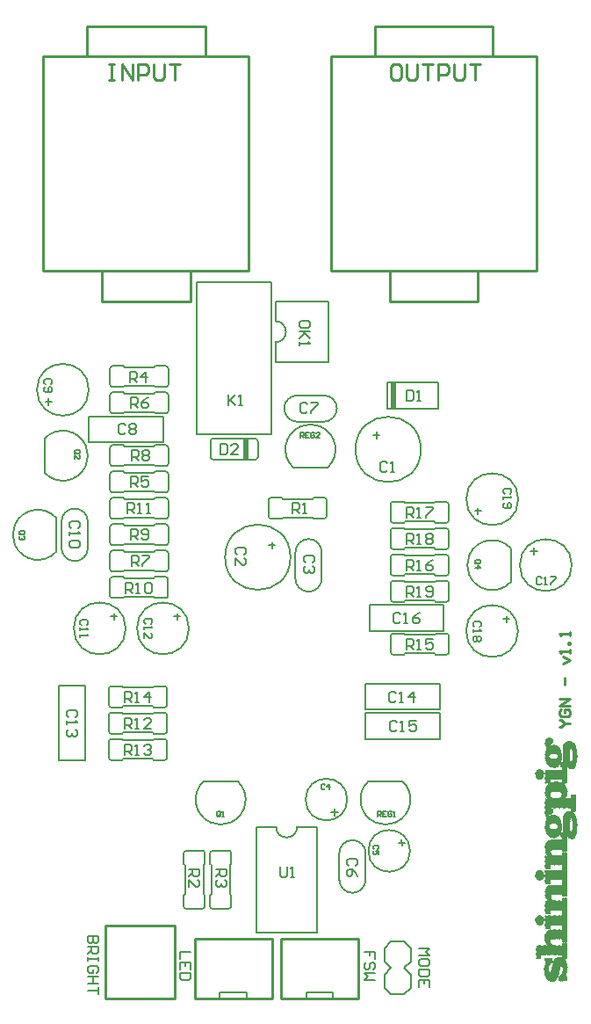
<source format=gto>
G04*
G04 #@! TF.GenerationSoftware,Altium Limited,Altium Designer,19.0.12 (326)*
G04*
G04 Layer_Color=65535*
%FSLAX25Y25*%
%MOIN*%
G70*
G01*
G75*
%ADD10C,0.00600*%
%ADD11C,0.01000*%
%ADD12C,0.00500*%
%ADD13C,0.00787*%
%ADD14C,0.00800*%
%ADD15R,0.02000X0.08000*%
%ADD16R,0.02000X0.10000*%
G36*
X215164Y99469D02*
X215588D01*
Y99328D01*
X215729D01*
Y99186D01*
X215871D01*
Y99045D01*
X216012D01*
Y98763D01*
X216153D01*
Y97632D01*
X216012D01*
Y97491D01*
X215871D01*
Y97208D01*
X215588D01*
Y97067D01*
X215447D01*
Y96926D01*
X215305D01*
Y96785D01*
X215729D01*
Y96926D01*
X215871D01*
Y96785D01*
X216012D01*
Y96926D01*
X216153D01*
Y96785D01*
X216295D01*
Y96926D01*
X216436D01*
Y96785D01*
X216577D01*
Y96926D01*
X216718D01*
Y96785D01*
X217142D01*
Y96643D01*
X217566D01*
Y96502D01*
X217707D01*
Y96361D01*
X217848D01*
Y96219D01*
X218131D01*
Y96078D01*
X218414D01*
Y95796D01*
X218555D01*
Y95654D01*
X218696D01*
Y95372D01*
X218837D01*
Y95231D01*
X218979D01*
Y94807D01*
X219120D01*
Y94665D01*
X219261D01*
Y94524D01*
X219120D01*
Y94383D01*
X219261D01*
Y93959D01*
X219403D01*
Y93818D01*
X219261D01*
Y93676D01*
X219403D01*
Y93535D01*
X219544D01*
Y93394D01*
X219403D01*
Y93253D01*
X219544D01*
Y93111D01*
X219403D01*
Y92970D01*
X219544D01*
Y92829D01*
X219403D01*
Y92687D01*
X219544D01*
Y92264D01*
X219403D01*
Y92122D01*
X219544D01*
Y91981D01*
X219403D01*
Y91840D01*
X219544D01*
Y91699D01*
X219403D01*
Y91557D01*
X219544D01*
Y91416D01*
X219403D01*
Y90992D01*
X219261D01*
Y90286D01*
X219685D01*
Y90710D01*
X219826D01*
Y91133D01*
X219968D01*
Y91275D01*
X219826D01*
Y91416D01*
X219968D01*
Y91557D01*
X219826D01*
Y91699D01*
X219968D01*
Y91840D01*
X219826D01*
Y91981D01*
X219968D01*
Y92122D01*
X219826D01*
Y92264D01*
X219968D01*
Y92405D01*
X219826D01*
Y92546D01*
X219685D01*
Y92687D01*
X219826D01*
Y92829D01*
X219685D01*
Y92970D01*
X219826D01*
Y93111D01*
X219685D01*
Y93253D01*
X219826D01*
Y93394D01*
X219685D01*
Y93535D01*
X219826D01*
Y93676D01*
X219685D01*
Y93818D01*
X219826D01*
Y93959D01*
X219685D01*
Y94100D01*
X219826D01*
Y94242D01*
X219685D01*
Y94383D01*
X219826D01*
Y94524D01*
X219685D01*
Y94665D01*
X219826D01*
Y94807D01*
X219685D01*
Y94948D01*
X219826D01*
Y95089D01*
X219685D01*
Y95231D01*
X219826D01*
Y95372D01*
X219685D01*
Y95513D01*
X219826D01*
Y95937D01*
X219968D01*
Y96078D01*
X219826D01*
Y96219D01*
X219968D01*
Y96643D01*
X220109D01*
Y96785D01*
X219968D01*
Y96926D01*
X220109D01*
Y97067D01*
X220250D01*
Y97208D01*
X220392D01*
Y97350D01*
X220533D01*
Y97632D01*
X220815D01*
Y97773D01*
X220957D01*
Y97915D01*
X221098D01*
Y98056D01*
X221522D01*
Y98197D01*
X221946D01*
Y98339D01*
X222087D01*
Y98197D01*
X222228D01*
Y98339D01*
X222369D01*
Y98197D01*
X222511D01*
Y98339D01*
X222652D01*
Y98197D01*
X223076D01*
Y98056D01*
X223217D01*
Y97915D01*
X223358D01*
Y98056D01*
X223500D01*
Y97915D01*
X223641D01*
Y97773D01*
X223782D01*
Y97632D01*
X224065D01*
Y97350D01*
X224206D01*
Y97208D01*
X224347D01*
Y97067D01*
X224489D01*
Y96926D01*
X224630D01*
Y96502D01*
X224771D01*
Y96078D01*
X224912D01*
Y95654D01*
X225054D01*
Y95513D01*
X224912D01*
Y95372D01*
X225054D01*
Y95231D01*
X225195D01*
Y95089D01*
X225054D01*
Y94948D01*
X225195D01*
Y93676D01*
X225336D01*
Y93535D01*
X225195D01*
Y93394D01*
X225336D01*
Y93253D01*
X225195D01*
Y93111D01*
X225336D01*
Y92970D01*
X225195D01*
Y92829D01*
X225336D01*
Y92687D01*
X225195D01*
Y92546D01*
X225336D01*
Y92405D01*
X225195D01*
Y92264D01*
X225336D01*
Y92122D01*
X225195D01*
Y91981D01*
X225336D01*
Y91840D01*
X225195D01*
Y90568D01*
X225054D01*
Y90427D01*
X225195D01*
Y90286D01*
X225054D01*
Y90144D01*
X225195D01*
Y90003D01*
X225054D01*
Y89862D01*
X224912D01*
Y89721D01*
X225054D01*
Y89579D01*
X224912D01*
Y89156D01*
X224771D01*
Y88732D01*
X224630D01*
Y88308D01*
X224489D01*
Y88167D01*
X224347D01*
Y88025D01*
X224206D01*
Y87884D01*
X224065D01*
Y87743D01*
X223782D01*
Y87602D01*
X223500D01*
Y87460D01*
X223358D01*
Y87602D01*
X223217D01*
Y87460D01*
X223076D01*
Y87602D01*
X222935D01*
Y87460D01*
X222793D01*
Y87602D01*
X222652D01*
Y87743D01*
X222228D01*
Y88025D01*
X221946D01*
Y88449D01*
X221804D01*
Y88590D01*
X221663D01*
Y88449D01*
X221522D01*
Y88308D01*
X221380D01*
Y88167D01*
X221522D01*
Y88025D01*
X221380D01*
Y87884D01*
X221522D01*
Y87743D01*
X221380D01*
Y87602D01*
X221522D01*
Y87460D01*
X221380D01*
Y87319D01*
X221522D01*
Y87178D01*
X221380D01*
Y87036D01*
X221522D01*
Y86895D01*
X221380D01*
Y86754D01*
X221522D01*
Y86613D01*
X221380D01*
Y86471D01*
X221522D01*
Y86330D01*
X221380D01*
Y86189D01*
X221522D01*
Y86048D01*
X221380D01*
Y85906D01*
X221522D01*
Y85765D01*
X221380D01*
Y85624D01*
X221522D01*
Y85482D01*
X221380D01*
Y85341D01*
X221522D01*
Y85200D01*
X221380D01*
Y85058D01*
X221522D01*
Y84917D01*
X221380D01*
Y84776D01*
X221522D01*
Y84635D01*
X221380D01*
Y84493D01*
X221522D01*
Y84352D01*
X221380D01*
Y84211D01*
X221522D01*
Y84070D01*
X221380D01*
Y83928D01*
X221522D01*
Y83787D01*
X221380D01*
Y83646D01*
X221522D01*
Y83504D01*
X221380D01*
Y83363D01*
X221522D01*
Y83222D01*
X221380D01*
Y83081D01*
X221522D01*
Y82939D01*
X221380D01*
Y82798D01*
X221522D01*
Y82657D01*
X221380D01*
Y82516D01*
X221522D01*
Y82374D01*
X221380D01*
Y82233D01*
X221239D01*
Y82092D01*
X221098D01*
Y82233D01*
X220957D01*
Y82092D01*
X220815D01*
Y82233D01*
X220674D01*
Y82092D01*
X220533D01*
Y82233D01*
X220392D01*
Y82092D01*
X220250D01*
Y82233D01*
X220109D01*
Y82092D01*
X220250D01*
Y81950D01*
X220392D01*
Y81809D01*
X220533D01*
Y81668D01*
X220674D01*
Y81527D01*
X220815D01*
Y81385D01*
X220957D01*
Y80962D01*
X221098D01*
Y80820D01*
X221239D01*
Y80679D01*
X221380D01*
Y80538D01*
X221239D01*
Y80396D01*
X221380D01*
Y80255D01*
X221522D01*
Y80114D01*
X221380D01*
Y79972D01*
X221522D01*
Y79266D01*
X221663D01*
Y79125D01*
X221522D01*
Y78984D01*
X221663D01*
Y78842D01*
X221522D01*
Y78701D01*
X221663D01*
Y78560D01*
X221522D01*
Y77571D01*
X221380D01*
Y77429D01*
X221239D01*
Y77006D01*
X221098D01*
Y76864D01*
X220957D01*
Y76582D01*
X222652D01*
Y76723D01*
X222793D01*
Y76864D01*
X222935D01*
Y77006D01*
X222793D01*
Y77429D01*
X222935D01*
Y77571D01*
X222793D01*
Y77995D01*
X223076D01*
Y78136D01*
X224630D01*
Y77995D01*
X224912D01*
Y77853D01*
X224771D01*
Y77712D01*
X224912D01*
Y77571D01*
X224771D01*
Y77429D01*
X224912D01*
Y77288D01*
X224771D01*
Y77147D01*
X224912D01*
Y77006D01*
X224771D01*
Y76864D01*
X224912D01*
Y76723D01*
X224771D01*
Y76582D01*
X224912D01*
Y76441D01*
X224771D01*
Y76299D01*
X224912D01*
Y76158D01*
X224771D01*
Y76017D01*
X224912D01*
Y75876D01*
X224771D01*
Y75734D01*
X224912D01*
Y75593D01*
X224771D01*
Y75452D01*
X224912D01*
Y75310D01*
X224771D01*
Y75169D01*
X224912D01*
Y75028D01*
X224771D01*
Y74887D01*
X224912D01*
Y74745D01*
X224771D01*
Y74604D01*
X224912D01*
Y74463D01*
X224771D01*
Y74321D01*
X224912D01*
Y74180D01*
X224771D01*
Y74039D01*
X224912D01*
Y73898D01*
X224771D01*
Y73756D01*
X224912D01*
Y73615D01*
X224771D01*
Y73474D01*
X224912D01*
Y73332D01*
X224771D01*
Y73191D01*
X224912D01*
Y73050D01*
X224771D01*
Y72909D01*
X224912D01*
Y72767D01*
X224771D01*
Y72626D01*
X224912D01*
Y72485D01*
X224771D01*
Y72343D01*
X224912D01*
Y72202D01*
X224771D01*
Y72061D01*
X224912D01*
Y71920D01*
X224771D01*
Y71778D01*
X224912D01*
Y71637D01*
X224771D01*
Y71496D01*
X224630D01*
Y71355D01*
X224489D01*
Y71496D01*
X224347D01*
Y71355D01*
X224206D01*
Y71496D01*
X224065D01*
Y71355D01*
X223923D01*
Y71496D01*
X223782D01*
Y71355D01*
X223641D01*
Y71496D01*
X223500D01*
Y71355D01*
X223641D01*
Y71213D01*
X223782D01*
Y71072D01*
X224065D01*
Y70789D01*
X224206D01*
Y70648D01*
X224347D01*
Y70507D01*
X224489D01*
Y70366D01*
X224630D01*
Y69942D01*
X224771D01*
Y69518D01*
X224912D01*
Y69094D01*
X225054D01*
Y68953D01*
X224912D01*
Y68812D01*
X225054D01*
Y68670D01*
X225195D01*
Y68529D01*
X225054D01*
Y68388D01*
X225195D01*
Y67116D01*
X225336D01*
Y66975D01*
X225195D01*
Y66834D01*
X225336D01*
Y66692D01*
X225195D01*
Y66551D01*
X225336D01*
Y66410D01*
X225195D01*
Y66269D01*
X225336D01*
Y66127D01*
X225195D01*
Y65986D01*
X225336D01*
Y65845D01*
X225195D01*
Y65703D01*
X225336D01*
Y65562D01*
X225195D01*
Y65421D01*
X225336D01*
Y65280D01*
X225195D01*
Y64008D01*
X225054D01*
Y63867D01*
X225195D01*
Y63726D01*
X225054D01*
Y63584D01*
X225195D01*
Y63443D01*
X225054D01*
Y63302D01*
X224912D01*
Y63160D01*
X225054D01*
Y63019D01*
X224912D01*
Y62595D01*
X224771D01*
Y62172D01*
X224630D01*
Y61748D01*
X224489D01*
Y61889D01*
X224347D01*
Y61748D01*
X224489D01*
Y61606D01*
X224347D01*
Y61465D01*
X224206D01*
Y61324D01*
X224065D01*
Y61183D01*
X223782D01*
Y61041D01*
X223500D01*
Y60900D01*
X223358D01*
Y61041D01*
X223217D01*
Y60900D01*
X223076D01*
Y61041D01*
X222935D01*
Y60900D01*
X222793D01*
Y61041D01*
X222652D01*
Y61183D01*
X222228D01*
Y61465D01*
X221946D01*
Y61889D01*
X221804D01*
Y62030D01*
X221663D01*
Y61889D01*
X221522D01*
Y61748D01*
X221380D01*
Y61606D01*
X221522D01*
Y61465D01*
X221380D01*
Y61324D01*
X221522D01*
Y61183D01*
X221380D01*
Y61041D01*
X221522D01*
Y60900D01*
X221380D01*
Y60759D01*
X221522D01*
Y60617D01*
X221380D01*
Y60476D01*
X221522D01*
Y60335D01*
X221380D01*
Y60194D01*
X221522D01*
Y60052D01*
X221380D01*
Y59911D01*
X221522D01*
Y59770D01*
X221380D01*
Y59628D01*
X221522D01*
Y59487D01*
X221380D01*
Y59346D01*
X221522D01*
Y59205D01*
X221380D01*
Y59063D01*
X221522D01*
Y58922D01*
X221380D01*
Y58781D01*
X221522D01*
Y58640D01*
X221380D01*
Y58498D01*
X221522D01*
Y58357D01*
X221380D01*
Y58216D01*
X221522D01*
Y58074D01*
X221380D01*
Y57933D01*
X221522D01*
Y57792D01*
X221380D01*
Y57651D01*
X221522D01*
Y57509D01*
X221380D01*
Y57368D01*
X221522D01*
Y57227D01*
X221380D01*
Y57086D01*
X221522D01*
Y56944D01*
X221380D01*
Y56803D01*
X221522D01*
Y56662D01*
X221380D01*
Y56520D01*
X221522D01*
Y56379D01*
X221380D01*
Y56238D01*
X221239D01*
Y56097D01*
X221098D01*
Y56238D01*
X220674D01*
Y56097D01*
X220533D01*
Y56238D01*
X220109D01*
Y56097D01*
X219968D01*
Y56238D01*
X219544D01*
Y56379D01*
X219403D01*
Y56520D01*
X219544D01*
Y56662D01*
X219403D01*
Y57086D01*
X216153D01*
Y56944D01*
X216012D01*
Y57086D01*
X215871D01*
Y56944D01*
X215729D01*
Y56803D01*
X215588D01*
Y56662D01*
X215447D01*
Y56520D01*
X215305D01*
Y56379D01*
X215447D01*
Y56238D01*
X215305D01*
Y56097D01*
X215447D01*
Y55673D01*
X215588D01*
Y55249D01*
X215871D01*
Y55108D01*
X216153D01*
Y54966D01*
X216577D01*
Y54825D01*
X216718D01*
Y54966D01*
X216860D01*
Y54825D01*
X217001D01*
Y54966D01*
X217142D01*
Y54825D01*
X217283D01*
Y54966D01*
X217425D01*
Y54825D01*
X217566D01*
Y54966D01*
X217707D01*
Y54825D01*
X217848D01*
Y54966D01*
X217990D01*
Y54825D01*
X218131D01*
Y54966D01*
X218272D01*
Y54825D01*
X218414D01*
Y54966D01*
X218555D01*
Y54825D01*
X218696D01*
Y54966D01*
X218837D01*
Y54825D01*
X218979D01*
Y54966D01*
X219120D01*
Y54825D01*
X219261D01*
Y54966D01*
X219403D01*
Y55390D01*
X219544D01*
Y55531D01*
X219403D01*
Y55673D01*
X219544D01*
Y55814D01*
X219685D01*
Y55955D01*
X219826D01*
Y55814D01*
X219968D01*
Y55955D01*
X220109D01*
Y55814D01*
X220250D01*
Y55955D01*
X220392D01*
Y55814D01*
X220533D01*
Y55955D01*
X220674D01*
Y55814D01*
X220815D01*
Y55955D01*
X220957D01*
Y55814D01*
X221098D01*
Y55955D01*
X221239D01*
Y55814D01*
X221380D01*
Y55673D01*
X221522D01*
Y55531D01*
X221380D01*
Y55390D01*
X221522D01*
Y55249D01*
X221380D01*
Y55108D01*
X221522D01*
Y54966D01*
X221380D01*
Y54825D01*
X221522D01*
Y54684D01*
X221380D01*
Y54542D01*
X221522D01*
Y54401D01*
X221380D01*
Y54260D01*
X221522D01*
Y54119D01*
X221380D01*
Y53977D01*
X221522D01*
Y53836D01*
X221380D01*
Y53695D01*
X221522D01*
Y53553D01*
X221380D01*
Y53412D01*
X221522D01*
Y53271D01*
X221380D01*
Y53130D01*
X221522D01*
Y52988D01*
X221380D01*
Y52847D01*
X221522D01*
Y52706D01*
X221380D01*
Y52565D01*
X221522D01*
Y52423D01*
X221380D01*
Y52282D01*
X221522D01*
Y52141D01*
X221380D01*
Y51999D01*
X221522D01*
Y51858D01*
X221380D01*
Y51717D01*
X221522D01*
Y51576D01*
X221380D01*
Y51434D01*
X221522D01*
Y51293D01*
X221380D01*
Y51152D01*
X221522D01*
Y51011D01*
X221380D01*
Y50869D01*
X221522D01*
Y50728D01*
X221380D01*
Y50587D01*
X221522D01*
Y50445D01*
X221380D01*
Y50304D01*
X221522D01*
Y50163D01*
X221380D01*
Y50022D01*
X221522D01*
Y49880D01*
X221380D01*
Y49739D01*
X221522D01*
Y49598D01*
X221380D01*
Y49457D01*
X221522D01*
Y49315D01*
X221380D01*
Y49174D01*
X221522D01*
Y49033D01*
X221380D01*
Y48891D01*
X221522D01*
Y48750D01*
X221380D01*
Y48609D01*
X221522D01*
Y48467D01*
X221380D01*
Y48326D01*
X221522D01*
Y48185D01*
X221380D01*
Y48044D01*
X221522D01*
Y47902D01*
X221380D01*
Y47761D01*
X221522D01*
Y47620D01*
X221380D01*
Y47479D01*
X221522D01*
Y47337D01*
X221380D01*
Y47196D01*
X221522D01*
Y47055D01*
X221380D01*
Y46913D01*
X221522D01*
Y46772D01*
X221380D01*
Y46631D01*
X221522D01*
Y46490D01*
X221380D01*
Y46348D01*
X221522D01*
Y46207D01*
X221380D01*
Y46066D01*
X221522D01*
Y45924D01*
X221380D01*
Y45783D01*
X221522D01*
Y45642D01*
X221380D01*
Y45501D01*
X221522D01*
Y45359D01*
X221380D01*
Y45218D01*
X221522D01*
Y45077D01*
X221380D01*
Y44936D01*
X221522D01*
Y44794D01*
X221380D01*
Y44653D01*
X221522D01*
Y44512D01*
X221380D01*
Y44370D01*
X221522D01*
Y44229D01*
X221380D01*
Y44088D01*
X221522D01*
Y43947D01*
X221380D01*
Y43805D01*
X221522D01*
Y43664D01*
X221380D01*
Y43523D01*
X221522D01*
Y43382D01*
X221380D01*
Y43240D01*
X221522D01*
Y43099D01*
X221380D01*
Y42958D01*
X221522D01*
Y42816D01*
X221380D01*
Y42675D01*
X221522D01*
Y42534D01*
X221380D01*
Y42393D01*
X221522D01*
Y42251D01*
X221380D01*
Y42110D01*
X221522D01*
Y41969D01*
X221380D01*
Y41827D01*
X221522D01*
Y41686D01*
X221380D01*
Y41545D01*
X221522D01*
Y41404D01*
X221380D01*
Y41262D01*
X221522D01*
Y41121D01*
X221380D01*
Y40980D01*
X221522D01*
Y40839D01*
X221380D01*
Y40697D01*
X221522D01*
Y40556D01*
X221380D01*
Y40415D01*
X221522D01*
Y40273D01*
X221380D01*
Y40132D01*
X221522D01*
Y39991D01*
X221380D01*
Y39850D01*
X221522D01*
Y39708D01*
X221380D01*
Y39567D01*
X221522D01*
Y39426D01*
X221380D01*
Y39285D01*
X221239D01*
Y39143D01*
X219685D01*
Y39285D01*
X219544D01*
Y39426D01*
X219403D01*
Y39567D01*
X219544D01*
Y39708D01*
X219403D01*
Y39991D01*
X219120D01*
Y40132D01*
X218979D01*
Y39991D01*
X218837D01*
Y40132D01*
X218696D01*
Y39991D01*
X218555D01*
Y40132D01*
X218414D01*
Y39991D01*
X218272D01*
Y40132D01*
X218131D01*
Y39991D01*
X217990D01*
Y40132D01*
X217848D01*
Y39991D01*
X217707D01*
Y40132D01*
X217566D01*
Y39991D01*
X217425D01*
Y40132D01*
X217283D01*
Y39991D01*
X217142D01*
Y40132D01*
X217001D01*
Y39991D01*
X216860D01*
Y40132D01*
X216718D01*
Y39991D01*
X216012D01*
Y39850D01*
X215588D01*
Y39708D01*
X215447D01*
Y39285D01*
X215305D01*
Y39143D01*
X215447D01*
Y39002D01*
X215305D01*
Y38861D01*
X215447D01*
Y38719D01*
X215588D01*
Y38578D01*
X215447D01*
Y38437D01*
X215588D01*
Y38296D01*
X215729D01*
Y38154D01*
X215871D01*
Y38013D01*
X216012D01*
Y37872D01*
X216436D01*
Y37730D01*
X216577D01*
Y37872D01*
X216718D01*
Y37730D01*
X216860D01*
Y37872D01*
X217001D01*
Y37730D01*
X217142D01*
Y37872D01*
X217283D01*
Y37730D01*
X217425D01*
Y37872D01*
X217566D01*
Y37730D01*
X217707D01*
Y37872D01*
X217848D01*
Y37730D01*
X217990D01*
Y37872D01*
X218131D01*
Y37730D01*
X218272D01*
Y37872D01*
X218414D01*
Y37730D01*
X218555D01*
Y37872D01*
X218696D01*
Y37730D01*
X218837D01*
Y37872D01*
X218979D01*
Y37730D01*
X219120D01*
Y37872D01*
X219261D01*
Y37730D01*
X219403D01*
Y37872D01*
X219544D01*
Y38013D01*
X219403D01*
Y38437D01*
X219544D01*
Y38578D01*
X219403D01*
Y38719D01*
X219826D01*
Y38861D01*
X220250D01*
Y38719D01*
X220392D01*
Y38861D01*
X220815D01*
Y38719D01*
X220957D01*
Y38861D01*
X221239D01*
Y38719D01*
X221380D01*
Y38437D01*
X221522D01*
Y38296D01*
X221380D01*
Y38154D01*
X221522D01*
Y38013D01*
X221380D01*
Y37872D01*
X221522D01*
Y37730D01*
X221380D01*
Y37589D01*
X221522D01*
Y37448D01*
X221380D01*
Y37307D01*
X221522D01*
Y37165D01*
X221380D01*
Y37024D01*
X221522D01*
Y36883D01*
X221380D01*
Y36742D01*
X221522D01*
Y36600D01*
X221380D01*
Y36459D01*
X221522D01*
Y36318D01*
X221380D01*
Y36176D01*
X221522D01*
Y36035D01*
X221380D01*
Y35894D01*
X221522D01*
Y35753D01*
X221380D01*
Y35611D01*
X221522D01*
Y35470D01*
X221380D01*
Y35329D01*
X221522D01*
Y35187D01*
X221380D01*
Y35046D01*
X221522D01*
Y34905D01*
X221380D01*
Y34764D01*
X221522D01*
Y34622D01*
X221380D01*
Y34481D01*
X221522D01*
Y34340D01*
X221380D01*
Y34198D01*
X221522D01*
Y34057D01*
X221380D01*
Y33916D01*
X221522D01*
Y33775D01*
X221380D01*
Y33633D01*
X221522D01*
Y33492D01*
X221380D01*
Y33351D01*
X221522D01*
Y33209D01*
X221380D01*
Y33068D01*
X221522D01*
Y32927D01*
X221380D01*
Y32786D01*
X221522D01*
Y32644D01*
X221380D01*
Y32503D01*
X221522D01*
Y32362D01*
X221380D01*
Y32221D01*
X221522D01*
Y32079D01*
X221380D01*
Y31938D01*
X221522D01*
Y31797D01*
X221380D01*
Y31655D01*
X221522D01*
Y31514D01*
X221380D01*
Y31373D01*
X221522D01*
Y31232D01*
X221380D01*
Y31090D01*
X221522D01*
Y30949D01*
X221380D01*
Y30808D01*
X221522D01*
Y30667D01*
X221380D01*
Y30525D01*
X221522D01*
Y30384D01*
X221380D01*
Y30243D01*
X221522D01*
Y30101D01*
X221380D01*
Y29960D01*
X221522D01*
Y29819D01*
X221380D01*
Y29678D01*
X221522D01*
Y29536D01*
X221380D01*
Y29395D01*
X221522D01*
Y29254D01*
X221380D01*
Y29112D01*
X221522D01*
Y28971D01*
X221380D01*
Y28830D01*
X221522D01*
Y28689D01*
X221380D01*
Y28547D01*
X221522D01*
Y28406D01*
X221380D01*
Y28265D01*
X221522D01*
Y28124D01*
X221380D01*
Y27982D01*
X221522D01*
Y27841D01*
X221380D01*
Y27700D01*
X221522D01*
Y27558D01*
X221380D01*
Y27417D01*
X221522D01*
Y27276D01*
X221380D01*
Y27135D01*
X221522D01*
Y26993D01*
X221380D01*
Y26852D01*
X221522D01*
Y26711D01*
X221380D01*
Y26570D01*
X221522D01*
Y26428D01*
X221380D01*
Y26287D01*
X221522D01*
Y26146D01*
X221380D01*
Y26004D01*
X221522D01*
Y25863D01*
X221380D01*
Y25722D01*
X221522D01*
Y25580D01*
X221380D01*
Y25439D01*
X221522D01*
Y25298D01*
X221380D01*
Y25157D01*
X221522D01*
Y25015D01*
X221380D01*
Y24874D01*
X221522D01*
Y24733D01*
X221380D01*
Y24592D01*
X221522D01*
Y24450D01*
X221380D01*
Y24309D01*
X221522D01*
Y24168D01*
X221380D01*
Y24026D01*
X221522D01*
Y23885D01*
X221380D01*
Y23744D01*
X221522D01*
Y23603D01*
X221380D01*
Y23461D01*
X221522D01*
Y23320D01*
X221380D01*
Y23179D01*
X221522D01*
Y23038D01*
X221380D01*
Y22896D01*
X221522D01*
Y22755D01*
X221380D01*
Y22614D01*
X221522D01*
Y22472D01*
X221380D01*
Y22331D01*
X221522D01*
Y22190D01*
X221380D01*
Y22049D01*
X221239D01*
Y21766D01*
X221380D01*
Y21484D01*
X221522D01*
Y21342D01*
X221380D01*
Y21201D01*
X221522D01*
Y21060D01*
X221380D01*
Y20918D01*
X221522D01*
Y20777D01*
X221380D01*
Y20636D01*
X221522D01*
Y20494D01*
X221380D01*
Y20353D01*
X221522D01*
Y20212D01*
X221380D01*
Y20071D01*
X221522D01*
Y19929D01*
X221380D01*
Y19788D01*
X221522D01*
Y19647D01*
X221380D01*
Y19506D01*
X221522D01*
Y19364D01*
X221380D01*
Y19223D01*
X221522D01*
Y19082D01*
X221380D01*
Y18940D01*
X221522D01*
Y18799D01*
X221380D01*
Y18658D01*
X221522D01*
Y18517D01*
X221380D01*
Y18375D01*
X221522D01*
Y18234D01*
X221380D01*
Y18093D01*
X221522D01*
Y17952D01*
X221380D01*
Y17810D01*
X221522D01*
Y17669D01*
X221380D01*
Y17528D01*
X221522D01*
Y17386D01*
X221380D01*
Y17245D01*
X221522D01*
Y17104D01*
X221380D01*
Y16963D01*
X221522D01*
Y16821D01*
X221380D01*
Y16680D01*
X221522D01*
Y16539D01*
X221380D01*
Y16398D01*
X221522D01*
Y16256D01*
X221380D01*
Y16115D01*
X221522D01*
Y15974D01*
X221380D01*
Y15832D01*
X221522D01*
Y15691D01*
X221380D01*
Y15550D01*
X220674D01*
Y15126D01*
X220815D01*
Y14985D01*
X220957D01*
Y14843D01*
X221098D01*
Y14420D01*
X221239D01*
Y13996D01*
X221380D01*
Y13572D01*
X221522D01*
Y12583D01*
X221663D01*
Y12442D01*
X221522D01*
Y12300D01*
X221663D01*
Y12159D01*
X221522D01*
Y12018D01*
X221663D01*
Y11877D01*
X221522D01*
Y11735D01*
X221663D01*
Y11594D01*
X221522D01*
Y11453D01*
X221663D01*
Y11311D01*
X221522D01*
Y10605D01*
X221380D01*
Y10464D01*
X221522D01*
Y10323D01*
X221380D01*
Y10181D01*
X221239D01*
Y10040D01*
X221380D01*
Y9899D01*
X221239D01*
Y9475D01*
X221098D01*
Y9334D01*
X220957D01*
Y9192D01*
X221098D01*
Y9051D01*
X221239D01*
Y8910D01*
X221380D01*
Y8768D01*
X221522D01*
Y8627D01*
X221380D01*
Y8486D01*
X221522D01*
Y8345D01*
X221380D01*
Y8203D01*
X221522D01*
Y8062D01*
X221380D01*
Y7921D01*
X221522D01*
Y7779D01*
X221380D01*
Y7638D01*
X221522D01*
Y7497D01*
X221380D01*
Y7356D01*
X221239D01*
Y7214D01*
X220815D01*
Y7073D01*
X220674D01*
Y7214D01*
X220250D01*
Y7073D01*
X220109D01*
Y7214D01*
X219685D01*
Y7073D01*
X219544D01*
Y7214D01*
X219120D01*
Y7073D01*
X218979D01*
Y7214D01*
X218555D01*
Y7073D01*
X218414D01*
Y7214D01*
X218272D01*
Y7356D01*
X218131D01*
Y7497D01*
X218272D01*
Y7638D01*
X218131D01*
Y7779D01*
X218272D01*
Y7921D01*
X218131D01*
Y8062D01*
X218272D01*
Y8203D01*
X218131D01*
Y8345D01*
X218272D01*
Y8486D01*
X218131D01*
Y8627D01*
X218272D01*
Y8768D01*
X218131D01*
Y8910D01*
X217990D01*
Y8627D01*
X217848D01*
Y8345D01*
X217707D01*
Y8203D01*
X217848D01*
Y8062D01*
X217707D01*
Y8203D01*
X217566D01*
Y8062D01*
X217707D01*
Y7921D01*
X217566D01*
Y7779D01*
X217425D01*
Y7638D01*
X217283D01*
Y7497D01*
X217142D01*
Y7356D01*
X217001D01*
Y7214D01*
X216718D01*
Y7073D01*
X216153D01*
Y6932D01*
X216012D01*
Y7073D01*
X215871D01*
Y6932D01*
X215729D01*
Y7073D01*
X215588D01*
Y6932D01*
X215447D01*
Y7073D01*
X215305D01*
Y6932D01*
X215164D01*
Y7073D01*
X215023D01*
Y6932D01*
X214882D01*
Y7073D01*
X214740D01*
Y7214D01*
X214599D01*
Y7356D01*
X214458D01*
Y7214D01*
X214317D01*
Y7356D01*
X214175D01*
Y7497D01*
X214034D01*
Y7638D01*
X213893D01*
Y7779D01*
X213752D01*
Y7921D01*
X213610D01*
Y8062D01*
X213469D01*
Y8486D01*
X213328D01*
Y8627D01*
X213186D01*
Y8910D01*
X213045D01*
Y9192D01*
X212904D01*
Y9616D01*
X212762D01*
Y9757D01*
X212904D01*
Y9899D01*
X212762D01*
Y10323D01*
X212621D01*
Y10464D01*
X212762D01*
Y10605D01*
X212621D01*
Y10746D01*
X212762D01*
Y10888D01*
X212621D01*
Y11029D01*
X212762D01*
Y11170D01*
X212621D01*
Y11311D01*
X212762D01*
Y11453D01*
X212621D01*
Y11877D01*
X212762D01*
Y12018D01*
X212621D01*
Y12159D01*
X212762D01*
Y12583D01*
X212904D01*
Y12724D01*
X212762D01*
Y12866D01*
X212904D01*
Y13289D01*
X213045D01*
Y13431D01*
X213186D01*
Y13855D01*
X213328D01*
Y13996D01*
X213469D01*
Y14137D01*
X213045D01*
Y14278D01*
X212904D01*
Y14420D01*
X213045D01*
Y14561D01*
X212904D01*
Y14702D01*
X213045D01*
Y14843D01*
X212904D01*
Y14985D01*
X213045D01*
Y15126D01*
X212904D01*
Y15267D01*
X213045D01*
Y15408D01*
X212904D01*
Y15550D01*
X213045D01*
Y15691D01*
X212904D01*
Y15832D01*
X213045D01*
Y15974D01*
X215729D01*
Y15832D01*
X215871D01*
Y15691D01*
X216012D01*
Y15550D01*
X215871D01*
Y15408D01*
X216012D01*
Y15267D01*
X215871D01*
Y15126D01*
X216012D01*
Y14985D01*
X215871D01*
Y14843D01*
X216012D01*
Y14702D01*
X215871D01*
Y14561D01*
X216012D01*
Y14420D01*
X216153D01*
Y14561D01*
X216295D01*
Y14985D01*
X216436D01*
Y15126D01*
X216577D01*
Y15550D01*
X216718D01*
Y15691D01*
X216860D01*
Y15832D01*
X217142D01*
Y16115D01*
X217283D01*
Y15974D01*
X217425D01*
Y16115D01*
X217566D01*
Y16256D01*
X217990D01*
Y16398D01*
X218131D01*
Y16256D01*
X218272D01*
Y16398D01*
X218979D01*
Y16256D01*
X219120D01*
Y16398D01*
X219261D01*
Y16256D01*
X219403D01*
Y16398D01*
X219544D01*
Y16539D01*
X219403D01*
Y16963D01*
X219261D01*
Y17104D01*
X218272D01*
Y17245D01*
X218131D01*
Y17104D01*
X217707D01*
Y17245D01*
X217566D01*
Y17104D01*
X217142D01*
Y17245D01*
X217001D01*
Y17104D01*
X216577D01*
Y17245D01*
X216436D01*
Y17104D01*
X216012D01*
Y17245D01*
X215871D01*
Y17104D01*
X215447D01*
Y17245D01*
X215305D01*
Y17104D01*
X214882D01*
Y17245D01*
X214740D01*
Y17104D01*
X214317D01*
Y17245D01*
X214175D01*
Y17104D01*
X213752D01*
Y17245D01*
X213610D01*
Y17104D01*
X213186D01*
Y17245D01*
X213045D01*
Y17104D01*
X212621D01*
Y17245D01*
X212480D01*
Y17104D01*
X211774D01*
Y16963D01*
X211632D01*
Y16539D01*
X211491D01*
Y16398D01*
X211632D01*
Y15974D01*
X211491D01*
Y15832D01*
X211632D01*
Y15691D01*
X211209D01*
Y15550D01*
X210785D01*
Y15691D01*
X210643D01*
Y15550D01*
X210220D01*
Y15691D01*
X210078D01*
Y15550D01*
X209796D01*
Y15691D01*
X209513D01*
Y15832D01*
X209654D01*
Y15974D01*
X209513D01*
Y16115D01*
X209654D01*
Y16256D01*
X209513D01*
Y16398D01*
X209654D01*
Y16539D01*
X209513D01*
Y16680D01*
X209654D01*
Y16821D01*
X209513D01*
Y16963D01*
X209654D01*
Y17104D01*
X209513D01*
Y17245D01*
X209654D01*
Y17386D01*
X209513D01*
Y17528D01*
X209654D01*
Y17669D01*
X209513D01*
Y17810D01*
X209654D01*
Y17952D01*
X209513D01*
Y18093D01*
X209654D01*
Y18234D01*
X209513D01*
Y18375D01*
X209654D01*
Y18517D01*
X209513D01*
Y18658D01*
X209654D01*
Y18799D01*
X209513D01*
Y18940D01*
X209654D01*
Y19082D01*
X209513D01*
Y19223D01*
X209654D01*
Y19364D01*
X209513D01*
Y19506D01*
X209654D01*
Y19647D01*
X209513D01*
Y19788D01*
X209654D01*
Y19929D01*
X209513D01*
Y20071D01*
X209654D01*
Y20212D01*
X209513D01*
Y20353D01*
X209654D01*
Y20494D01*
X209513D01*
Y20636D01*
X209654D01*
Y20777D01*
X209796D01*
Y20918D01*
X209937D01*
Y20777D01*
X210078D01*
Y20918D01*
X210220D01*
Y20777D01*
X210361D01*
Y20918D01*
X210502D01*
Y20777D01*
X210643D01*
Y20918D01*
X210785D01*
Y20777D01*
X210926D01*
Y20918D01*
X211067D01*
Y20777D01*
X211209D01*
Y20918D01*
X211350D01*
Y20777D01*
X211491D01*
Y20918D01*
X211632D01*
Y20777D01*
X211774D01*
Y20918D01*
X211915D01*
Y20777D01*
X212056D01*
Y20918D01*
X212197D01*
Y20777D01*
X212339D01*
Y20918D01*
X212480D01*
Y20777D01*
X212621D01*
Y20918D01*
X212762D01*
Y20777D01*
X212904D01*
Y20918D01*
X213045D01*
Y20777D01*
X213186D01*
Y20918D01*
X213328D01*
Y20777D01*
X213469D01*
Y20918D01*
X213610D01*
Y20777D01*
X213752D01*
Y20918D01*
X213610D01*
Y21060D01*
X213469D01*
Y21201D01*
X213328D01*
Y21484D01*
X213186D01*
Y21766D01*
X213045D01*
Y22190D01*
X212904D01*
Y22896D01*
X212762D01*
Y23038D01*
X212904D01*
Y23179D01*
X212762D01*
Y23320D01*
X212904D01*
Y23461D01*
X212762D01*
Y23603D01*
X212904D01*
Y23744D01*
X212762D01*
Y23885D01*
X212904D01*
Y24026D01*
X212762D01*
Y24168D01*
X212904D01*
Y24592D01*
X213045D01*
Y24733D01*
X212904D01*
Y24874D01*
X213045D01*
Y25015D01*
X213186D01*
Y25439D01*
X213328D01*
Y25580D01*
X213469D01*
Y26004D01*
X213752D01*
Y26287D01*
X214175D01*
Y26428D01*
X214317D01*
Y26570D01*
X214740D01*
Y26711D01*
X214882D01*
Y26852D01*
X215023D01*
Y26711D01*
X215164D01*
Y26852D01*
X215305D01*
Y26711D01*
X215447D01*
Y26852D01*
X215588D01*
Y26711D01*
X215729D01*
Y26852D01*
X215871D01*
Y26711D01*
X216012D01*
Y26852D01*
X216153D01*
Y26711D01*
X216295D01*
Y26852D01*
X216436D01*
Y26711D01*
X216577D01*
Y26852D01*
X216718D01*
Y26711D01*
X216860D01*
Y26852D01*
X217001D01*
Y26711D01*
X217142D01*
Y26852D01*
X217283D01*
Y26711D01*
X217425D01*
Y26852D01*
X217566D01*
Y26711D01*
X217707D01*
Y26852D01*
X217848D01*
Y26711D01*
X217990D01*
Y26852D01*
X218131D01*
Y26711D01*
X218272D01*
Y26852D01*
X218414D01*
Y26711D01*
X218555D01*
Y26852D01*
X218696D01*
Y26711D01*
X218837D01*
Y26852D01*
X218979D01*
Y26711D01*
X219120D01*
Y26852D01*
X219261D01*
Y26711D01*
X219403D01*
Y27135D01*
X219544D01*
Y27276D01*
X219403D01*
Y27700D01*
X219544D01*
Y27841D01*
X219403D01*
Y28265D01*
X219261D01*
Y28406D01*
X215164D01*
Y28265D01*
X215023D01*
Y28124D01*
X215164D01*
Y27982D01*
X215023D01*
Y27841D01*
X215164D01*
Y27700D01*
X215023D01*
Y27558D01*
X215164D01*
Y27417D01*
X215023D01*
Y27276D01*
X215164D01*
Y27135D01*
X215023D01*
Y26993D01*
X214599D01*
Y26852D01*
X214458D01*
Y26993D01*
X214034D01*
Y26852D01*
X213893D01*
Y26993D01*
X213469D01*
Y26852D01*
X213328D01*
Y26993D01*
X213186D01*
Y27135D01*
X213045D01*
Y27276D01*
X212904D01*
Y27417D01*
X213045D01*
Y27558D01*
X212904D01*
Y27700D01*
X213045D01*
Y27841D01*
X212904D01*
Y27982D01*
X213045D01*
Y28124D01*
X212904D01*
Y28265D01*
X213045D01*
Y28406D01*
X212904D01*
Y28547D01*
X213045D01*
Y28689D01*
X212904D01*
Y28830D01*
X213045D01*
Y28971D01*
X212904D01*
Y29112D01*
X213045D01*
Y29254D01*
X212904D01*
Y29395D01*
X213045D01*
Y29536D01*
X212904D01*
Y29678D01*
X213045D01*
Y29819D01*
X212904D01*
Y29960D01*
X213045D01*
Y30101D01*
X212904D01*
Y30243D01*
X213045D01*
Y30384D01*
X212904D01*
Y30525D01*
X213045D01*
Y30667D01*
X212904D01*
Y30808D01*
X213045D01*
Y30949D01*
X212904D01*
Y31090D01*
X213045D01*
Y31232D01*
X212904D01*
Y31373D01*
X213045D01*
Y31514D01*
X212904D01*
Y31655D01*
X213045D01*
Y31797D01*
X212904D01*
Y31938D01*
X213045D01*
Y32079D01*
X213186D01*
Y32221D01*
X213328D01*
Y32079D01*
X213469D01*
Y32221D01*
X213610D01*
Y32079D01*
X213752D01*
Y32221D01*
X213893D01*
Y32079D01*
X214034D01*
Y32221D01*
X214175D01*
Y32079D01*
X214317D01*
Y32221D01*
X214458D01*
Y32079D01*
X214599D01*
Y32221D01*
X214740D01*
Y32079D01*
X214882D01*
Y32221D01*
X215023D01*
Y32079D01*
X215164D01*
Y32221D01*
X215305D01*
Y32079D01*
X215447D01*
Y32221D01*
X215588D01*
Y32079D01*
X215729D01*
Y32221D01*
X215871D01*
Y32079D01*
X216012D01*
Y32221D01*
X216153D01*
Y32079D01*
X216295D01*
Y32221D01*
X216436D01*
Y32079D01*
X216577D01*
Y32221D01*
X216718D01*
Y32079D01*
X216860D01*
Y32221D01*
X217001D01*
Y32079D01*
X217142D01*
Y32221D01*
X217283D01*
Y32079D01*
X217425D01*
Y32221D01*
X217566D01*
Y32079D01*
X217707D01*
Y32221D01*
X217848D01*
Y32079D01*
X217990D01*
Y32221D01*
X218131D01*
Y32079D01*
X218272D01*
Y32221D01*
X218414D01*
Y32079D01*
X218555D01*
Y32221D01*
X218696D01*
Y32079D01*
X218837D01*
Y32221D01*
X218979D01*
Y32079D01*
X219120D01*
Y32221D01*
X219403D01*
Y32786D01*
X219544D01*
Y32927D01*
X219403D01*
Y33351D01*
X219544D01*
Y33492D01*
X219403D01*
Y33916D01*
X219261D01*
Y34057D01*
X215164D01*
Y33916D01*
X215023D01*
Y33775D01*
X215164D01*
Y33633D01*
X215023D01*
Y33492D01*
X215164D01*
Y33351D01*
X215023D01*
Y33209D01*
X215164D01*
Y33068D01*
X215023D01*
Y32927D01*
X215164D01*
Y32786D01*
X215023D01*
Y32644D01*
X214599D01*
Y32503D01*
X214458D01*
Y32644D01*
X214034D01*
Y32503D01*
X213893D01*
Y32644D01*
X213469D01*
Y32503D01*
X213328D01*
Y32644D01*
X213186D01*
Y32786D01*
X213045D01*
Y32927D01*
X212904D01*
Y33068D01*
X213045D01*
Y33209D01*
X212904D01*
Y33351D01*
X213045D01*
Y33492D01*
X212904D01*
Y33633D01*
X213045D01*
Y33775D01*
X212904D01*
Y33916D01*
X213045D01*
Y34057D01*
X212904D01*
Y34198D01*
X213045D01*
Y34340D01*
X212904D01*
Y34481D01*
X213045D01*
Y34622D01*
X212904D01*
Y34764D01*
X213045D01*
Y34905D01*
X212904D01*
Y35046D01*
X213045D01*
Y35187D01*
X212904D01*
Y35329D01*
X213045D01*
Y35470D01*
X212904D01*
Y35611D01*
X213045D01*
Y35753D01*
X212904D01*
Y35894D01*
X213045D01*
Y36035D01*
X212904D01*
Y36176D01*
X213045D01*
Y36318D01*
X212904D01*
Y36459D01*
X213045D01*
Y36600D01*
X212904D01*
Y36742D01*
X213045D01*
Y36883D01*
X212904D01*
Y37024D01*
X213045D01*
Y37165D01*
X212904D01*
Y37307D01*
X213045D01*
Y37448D01*
X213186D01*
Y37730D01*
X213469D01*
Y37589D01*
X213610D01*
Y37730D01*
X213752D01*
Y37872D01*
X213610D01*
Y38013D01*
X213752D01*
Y38154D01*
X213469D01*
Y38437D01*
X213328D01*
Y38578D01*
X213186D01*
Y39002D01*
X213045D01*
Y39143D01*
X213186D01*
Y39285D01*
X213045D01*
Y39708D01*
X212904D01*
Y39850D01*
X213045D01*
Y39991D01*
X212904D01*
Y40132D01*
X213045D01*
Y40273D01*
X212904D01*
Y40415D01*
X213045D01*
Y40556D01*
X212904D01*
Y40697D01*
X213045D01*
Y40839D01*
X212904D01*
Y40980D01*
X213045D01*
Y41121D01*
X212904D01*
Y41262D01*
X213045D01*
Y41969D01*
X213186D01*
Y42393D01*
X213328D01*
Y42534D01*
X213186D01*
Y42675D01*
X213328D01*
Y42816D01*
X213469D01*
Y42958D01*
X213610D01*
Y43099D01*
X213752D01*
Y43240D01*
X213893D01*
Y43382D01*
X214034D01*
Y43523D01*
X214175D01*
Y43382D01*
X214317D01*
Y43523D01*
X214458D01*
Y43664D01*
X214882D01*
Y43805D01*
X215023D01*
Y43664D01*
X215164D01*
Y43805D01*
X215305D01*
Y43664D01*
X215447D01*
Y43805D01*
X215588D01*
Y43664D01*
X215729D01*
Y43805D01*
X215871D01*
Y43664D01*
X216012D01*
Y43805D01*
X216153D01*
Y43664D01*
X216295D01*
Y43805D01*
X216436D01*
Y43664D01*
X216577D01*
Y43805D01*
X216718D01*
Y43664D01*
X216860D01*
Y43805D01*
X217001D01*
Y43664D01*
X217142D01*
Y43805D01*
X217283D01*
Y43664D01*
X217425D01*
Y43805D01*
X217566D01*
Y43664D01*
X217707D01*
Y43805D01*
X217848D01*
Y43664D01*
X217990D01*
Y43805D01*
X218131D01*
Y43664D01*
X218272D01*
Y43805D01*
X218414D01*
Y43664D01*
X218555D01*
Y43805D01*
X218696D01*
Y43664D01*
X218837D01*
Y43805D01*
X218979D01*
Y43664D01*
X219120D01*
Y43805D01*
X219261D01*
Y43664D01*
X219403D01*
Y44088D01*
X219544D01*
Y44229D01*
X219403D01*
Y44653D01*
X219544D01*
Y44794D01*
X219403D01*
Y45501D01*
X215305D01*
Y45359D01*
X215164D01*
Y45218D01*
X215023D01*
Y45077D01*
X215164D01*
Y44936D01*
X215023D01*
Y44794D01*
X215164D01*
Y44653D01*
X215023D01*
Y44512D01*
X215164D01*
Y44370D01*
X215023D01*
Y44088D01*
X214740D01*
Y43947D01*
X214599D01*
Y44088D01*
X214458D01*
Y43947D01*
X214317D01*
Y44088D01*
X214175D01*
Y43947D01*
X214034D01*
Y44088D01*
X213893D01*
Y43947D01*
X213752D01*
Y44088D01*
X213610D01*
Y43947D01*
X213469D01*
Y44088D01*
X213328D01*
Y43947D01*
X213186D01*
Y44088D01*
X213045D01*
Y44229D01*
X212904D01*
Y44370D01*
X213045D01*
Y44512D01*
X212904D01*
Y44653D01*
X213045D01*
Y44794D01*
X212904D01*
Y44936D01*
X213045D01*
Y45077D01*
X212904D01*
Y45218D01*
X213045D01*
Y45359D01*
X212904D01*
Y45501D01*
X213045D01*
Y45642D01*
X212904D01*
Y45783D01*
X213045D01*
Y45924D01*
X212904D01*
Y46066D01*
X213045D01*
Y46207D01*
X212904D01*
Y46348D01*
X213045D01*
Y46490D01*
X212904D01*
Y46631D01*
X213045D01*
Y46772D01*
X212904D01*
Y46913D01*
X213045D01*
Y47055D01*
X212904D01*
Y47196D01*
X213045D01*
Y47337D01*
X212904D01*
Y47479D01*
X213045D01*
Y47620D01*
X212904D01*
Y47761D01*
X213045D01*
Y47902D01*
X212904D01*
Y48044D01*
X213045D01*
Y48185D01*
X212904D01*
Y48326D01*
X213045D01*
Y48467D01*
X212904D01*
Y48609D01*
X213045D01*
Y48750D01*
X212904D01*
Y48891D01*
X213045D01*
Y49033D01*
X212904D01*
Y49174D01*
X213328D01*
Y49315D01*
X213752D01*
Y49174D01*
X213893D01*
Y49315D01*
X214317D01*
Y49174D01*
X214458D01*
Y49315D01*
X214882D01*
Y49174D01*
X215023D01*
Y49315D01*
X215447D01*
Y49174D01*
X215588D01*
Y49315D01*
X216012D01*
Y49174D01*
X216153D01*
Y49315D01*
X216577D01*
Y49174D01*
X216718D01*
Y49315D01*
X217142D01*
Y49174D01*
X217283D01*
Y49315D01*
X217707D01*
Y49174D01*
X217848D01*
Y49315D01*
X218272D01*
Y49174D01*
X218414D01*
Y49315D01*
X218837D01*
Y49174D01*
X218979D01*
Y49315D01*
X219403D01*
Y49739D01*
X219544D01*
Y49880D01*
X219403D01*
Y50304D01*
X219544D01*
Y50445D01*
X219403D01*
Y51152D01*
X218979D01*
Y51011D01*
X218837D01*
Y51152D01*
X218414D01*
Y51011D01*
X218272D01*
Y51152D01*
X217848D01*
Y51011D01*
X217707D01*
Y51152D01*
X217283D01*
Y51011D01*
X217142D01*
Y51152D01*
X216718D01*
Y51011D01*
X216577D01*
Y51152D01*
X216153D01*
Y51011D01*
X216012D01*
Y51152D01*
X215588D01*
Y51011D01*
X215447D01*
Y51152D01*
X215305D01*
Y51011D01*
X215164D01*
Y50869D01*
X215023D01*
Y50728D01*
X215164D01*
Y50587D01*
X215023D01*
Y50445D01*
X215164D01*
Y50304D01*
X215023D01*
Y50163D01*
X215164D01*
Y50022D01*
X215023D01*
Y49739D01*
X214740D01*
Y49598D01*
X214599D01*
Y49739D01*
X214458D01*
Y49598D01*
X214317D01*
Y49739D01*
X214175D01*
Y49598D01*
X214034D01*
Y49739D01*
X213893D01*
Y49598D01*
X213752D01*
Y49739D01*
X213610D01*
Y49598D01*
X213469D01*
Y49739D01*
X213328D01*
Y49598D01*
X213186D01*
Y49739D01*
X213045D01*
Y49880D01*
X212904D01*
Y50022D01*
X213045D01*
Y50163D01*
X212904D01*
Y50304D01*
X213045D01*
Y50445D01*
X212904D01*
Y50587D01*
X213045D01*
Y50728D01*
X212904D01*
Y50869D01*
X213045D01*
Y51011D01*
X212904D01*
Y51152D01*
X213045D01*
Y51293D01*
X212904D01*
Y51434D01*
X213045D01*
Y51576D01*
X212904D01*
Y51717D01*
X213045D01*
Y51858D01*
X212904D01*
Y51999D01*
X213045D01*
Y52141D01*
X212904D01*
Y52282D01*
X213045D01*
Y52423D01*
X212904D01*
Y52565D01*
X213045D01*
Y52706D01*
X212904D01*
Y52847D01*
X213045D01*
Y52988D01*
X212904D01*
Y53130D01*
X213045D01*
Y53271D01*
X212904D01*
Y53412D01*
X213045D01*
Y53553D01*
X212904D01*
Y53695D01*
X213045D01*
Y53836D01*
X212904D01*
Y53977D01*
X213045D01*
Y54119D01*
X212904D01*
Y54260D01*
X213045D01*
Y54401D01*
X212904D01*
Y54542D01*
X213045D01*
Y54684D01*
X213186D01*
Y54825D01*
X213328D01*
Y54684D01*
X213469D01*
Y54825D01*
X213610D01*
Y54684D01*
X213752D01*
Y55108D01*
X213610D01*
Y55249D01*
X213469D01*
Y55390D01*
X213328D01*
Y55531D01*
X213186D01*
Y56238D01*
X213045D01*
Y56662D01*
X212904D01*
Y56803D01*
X213045D01*
Y56944D01*
X212904D01*
Y57086D01*
X213045D01*
Y57227D01*
X212904D01*
Y57368D01*
X213045D01*
Y57509D01*
X212904D01*
Y57651D01*
X213045D01*
Y57792D01*
X212904D01*
Y57933D01*
X213045D01*
Y58074D01*
X212904D01*
Y58216D01*
X213045D01*
Y58357D01*
X212904D01*
Y58498D01*
X213045D01*
Y58922D01*
X213186D01*
Y59063D01*
X213045D01*
Y59205D01*
X213186D01*
Y59628D01*
X213328D01*
Y59770D01*
X213469D01*
Y60052D01*
X213752D01*
Y60335D01*
X214034D01*
Y60476D01*
X214175D01*
Y60617D01*
X214317D01*
Y60759D01*
X214458D01*
Y60617D01*
X214599D01*
Y60759D01*
X215023D01*
Y60900D01*
X215164D01*
Y60759D01*
X215305D01*
Y60900D01*
X219403D01*
Y61041D01*
X219544D01*
Y61183D01*
X219403D01*
Y61606D01*
X219261D01*
Y61748D01*
X219120D01*
Y61889D01*
X218979D01*
Y62030D01*
X218837D01*
Y62172D01*
X218696D01*
Y62595D01*
X218555D01*
Y62454D01*
X218414D01*
Y62313D01*
X218272D01*
Y62172D01*
X218131D01*
Y62030D01*
X217990D01*
Y61889D01*
X217848D01*
Y61748D01*
X217707D01*
Y61889D01*
X217566D01*
Y61748D01*
X217425D01*
Y61606D01*
X216718D01*
Y61465D01*
X216577D01*
Y61606D01*
X216436D01*
Y61465D01*
X216295D01*
Y61606D01*
X216153D01*
Y61465D01*
X216012D01*
Y61606D01*
X215588D01*
Y61748D01*
X215447D01*
Y61606D01*
X215305D01*
Y61748D01*
X215164D01*
Y61889D01*
X215023D01*
Y61748D01*
X214882D01*
Y61889D01*
X214740D01*
Y62030D01*
X214599D01*
Y62172D01*
X214458D01*
Y62313D01*
X214317D01*
Y62454D01*
X214175D01*
Y62595D01*
X214034D01*
Y62737D01*
X213893D01*
Y62878D01*
X213752D01*
Y63019D01*
X213610D01*
Y63160D01*
X213469D01*
Y63584D01*
X213328D01*
Y64008D01*
X213186D01*
Y64432D01*
X213045D01*
Y64573D01*
X213186D01*
Y64714D01*
X213045D01*
Y64856D01*
X212904D01*
Y64997D01*
X213045D01*
Y65138D01*
X212904D01*
Y65280D01*
X213045D01*
Y65421D01*
X212904D01*
Y65562D01*
X213045D01*
Y65703D01*
X212904D01*
Y65845D01*
X213045D01*
Y65986D01*
X212904D01*
Y66127D01*
X213045D01*
Y66269D01*
X212904D01*
Y66410D01*
X213045D01*
Y66551D01*
X212904D01*
Y66692D01*
X213045D01*
Y67116D01*
X213186D01*
Y67257D01*
X213045D01*
Y67399D01*
X213186D01*
Y68105D01*
X213328D01*
Y68246D01*
X213469D01*
Y68670D01*
X213610D01*
Y69094D01*
X213469D01*
Y69518D01*
X213328D01*
Y69659D01*
X213186D01*
Y70083D01*
X213045D01*
Y70224D01*
X213186D01*
Y70366D01*
X213045D01*
Y70507D01*
X212904D01*
Y70648D01*
X213045D01*
Y70789D01*
X212904D01*
Y70931D01*
X213045D01*
Y71072D01*
X212904D01*
Y71213D01*
X213045D01*
Y71355D01*
X212904D01*
Y71496D01*
X213045D01*
Y71637D01*
X212904D01*
Y71778D01*
X213045D01*
Y71920D01*
X212904D01*
Y72061D01*
X213045D01*
Y72202D01*
X212904D01*
Y72343D01*
X213045D01*
Y72485D01*
X212904D01*
Y72626D01*
X213045D01*
Y72767D01*
X212904D01*
Y72909D01*
X213045D01*
Y73050D01*
X212904D01*
Y73191D01*
X213045D01*
Y73332D01*
X212904D01*
Y73474D01*
X213045D01*
Y73615D01*
X212904D01*
Y73756D01*
X213045D01*
Y73898D01*
X212904D01*
Y74039D01*
X213045D01*
Y74180D01*
X212904D01*
Y74321D01*
X213045D01*
Y74463D01*
X212904D01*
Y74604D01*
X213045D01*
Y74745D01*
X212904D01*
Y74887D01*
X213045D01*
Y75028D01*
X212904D01*
Y75169D01*
X213045D01*
Y75310D01*
X212904D01*
Y75452D01*
X213045D01*
Y75593D01*
X212904D01*
Y75734D01*
X213045D01*
Y75876D01*
X212904D01*
Y76017D01*
X213045D01*
Y76158D01*
X212904D01*
Y76299D01*
X213045D01*
Y76441D01*
X213186D01*
Y76582D01*
X213328D01*
Y76441D01*
X213469D01*
Y76582D01*
X213610D01*
Y76441D01*
X213752D01*
Y76582D01*
X213610D01*
Y76723D01*
X213469D01*
Y76864D01*
X213328D01*
Y77288D01*
X213186D01*
Y77712D01*
X213045D01*
Y77853D01*
X213186D01*
Y77995D01*
X213045D01*
Y78418D01*
X212904D01*
Y78560D01*
X213045D01*
Y78701D01*
X212904D01*
Y78842D01*
X213045D01*
Y78984D01*
X212904D01*
Y79125D01*
X213045D01*
Y79266D01*
X212904D01*
Y79407D01*
X213045D01*
Y79549D01*
X212904D01*
Y79690D01*
X213045D01*
Y79831D01*
X213186D01*
Y79972D01*
X213045D01*
Y80114D01*
X213186D01*
Y80538D01*
X213328D01*
Y80679D01*
X213469D01*
Y80820D01*
X213328D01*
Y80962D01*
X213469D01*
Y81103D01*
X213610D01*
Y81244D01*
X213752D01*
Y81668D01*
X214034D01*
Y81950D01*
X214317D01*
Y82233D01*
X214175D01*
Y82092D01*
X214034D01*
Y82233D01*
X213893D01*
Y82092D01*
X213752D01*
Y82233D01*
X213610D01*
Y82092D01*
X213469D01*
Y82233D01*
X213328D01*
Y82092D01*
X213186D01*
Y82233D01*
X213045D01*
Y82374D01*
X212904D01*
Y82516D01*
X213045D01*
Y82657D01*
X212904D01*
Y82798D01*
X213045D01*
Y82939D01*
X212904D01*
Y83081D01*
X213045D01*
Y83222D01*
X212904D01*
Y83363D01*
X213045D01*
Y83504D01*
X212904D01*
Y83646D01*
X213045D01*
Y83787D01*
X212904D01*
Y83928D01*
X213045D01*
Y84070D01*
X212904D01*
Y84211D01*
X213045D01*
Y84352D01*
X212904D01*
Y84493D01*
X213045D01*
Y84635D01*
X212904D01*
Y84776D01*
X213045D01*
Y84917D01*
X212904D01*
Y85058D01*
X213045D01*
Y85200D01*
X212904D01*
Y85341D01*
X213045D01*
Y85482D01*
X212904D01*
Y85624D01*
X213045D01*
Y85765D01*
X212904D01*
Y85906D01*
X213045D01*
Y86048D01*
X212904D01*
Y86189D01*
X213045D01*
Y86330D01*
X212904D01*
Y86471D01*
X213045D01*
Y86613D01*
X212904D01*
Y86754D01*
X213045D01*
Y86895D01*
X212904D01*
Y87036D01*
X213045D01*
Y87178D01*
X213186D01*
Y87460D01*
X213469D01*
Y87319D01*
X213610D01*
Y87460D01*
X214034D01*
Y87319D01*
X214175D01*
Y87460D01*
X214599D01*
Y87319D01*
X214740D01*
Y87460D01*
X215164D01*
Y87319D01*
X215305D01*
Y87460D01*
X215729D01*
Y87319D01*
X215871D01*
Y87460D01*
X216295D01*
Y87319D01*
X216436D01*
Y87460D01*
X216860D01*
Y87319D01*
X217001D01*
Y87460D01*
X217425D01*
Y87319D01*
X217566D01*
Y87460D01*
X217990D01*
Y87319D01*
X218131D01*
Y87460D01*
X218555D01*
Y87319D01*
X218696D01*
Y87460D01*
X219120D01*
Y87319D01*
X219261D01*
Y87460D01*
X219403D01*
Y87602D01*
X219544D01*
Y87743D01*
X219403D01*
Y88167D01*
X219261D01*
Y88308D01*
X219120D01*
Y88449D01*
X218979D01*
Y88590D01*
X218837D01*
Y88732D01*
X218696D01*
Y88873D01*
X218837D01*
Y89014D01*
X218696D01*
Y89156D01*
X218555D01*
Y89014D01*
X218414D01*
Y88873D01*
X218272D01*
Y88732D01*
X218131D01*
Y88590D01*
X217990D01*
Y88449D01*
X217848D01*
Y88308D01*
X217707D01*
Y88449D01*
X217566D01*
Y88308D01*
X217425D01*
Y88167D01*
X217001D01*
Y88025D01*
X216860D01*
Y88167D01*
X216718D01*
Y88025D01*
X216577D01*
Y88167D01*
X216436D01*
Y88025D01*
X216295D01*
Y88167D01*
X216153D01*
Y88025D01*
X216012D01*
Y88167D01*
X215588D01*
Y88308D01*
X215164D01*
Y88449D01*
X215023D01*
Y88308D01*
X214882D01*
Y88449D01*
X214740D01*
Y88590D01*
X214599D01*
Y88732D01*
X214458D01*
Y88873D01*
X214317D01*
Y89014D01*
X214175D01*
Y89156D01*
X214034D01*
Y89297D01*
X213893D01*
Y89438D01*
X213752D01*
Y89721D01*
X213610D01*
Y89862D01*
X213469D01*
Y90144D01*
X213328D01*
Y90568D01*
X213186D01*
Y90992D01*
X213045D01*
Y91133D01*
X213186D01*
Y91275D01*
X213045D01*
Y91699D01*
X212904D01*
Y91840D01*
X213045D01*
Y91981D01*
X212904D01*
Y92122D01*
X213045D01*
Y92264D01*
X212904D01*
Y92405D01*
X213045D01*
Y92546D01*
X212904D01*
Y92687D01*
X213045D01*
Y92829D01*
X212904D01*
Y92970D01*
X213045D01*
Y93111D01*
X212904D01*
Y93253D01*
X213045D01*
Y93676D01*
X213186D01*
Y93818D01*
X213045D01*
Y93959D01*
X213186D01*
Y94665D01*
X213328D01*
Y94807D01*
X213469D01*
Y95231D01*
X213610D01*
Y95654D01*
X213469D01*
Y96078D01*
X213328D01*
Y96219D01*
X213186D01*
Y96643D01*
X213045D01*
Y96785D01*
X213186D01*
Y96926D01*
X213045D01*
Y97067D01*
X212904D01*
Y97208D01*
X213045D01*
Y97350D01*
X212904D01*
Y97491D01*
X213045D01*
Y97632D01*
X212904D01*
Y97773D01*
X213045D01*
Y97915D01*
X212904D01*
Y98056D01*
X213045D01*
Y98480D01*
X213186D01*
Y98904D01*
X213328D01*
Y99045D01*
X213469D01*
Y99186D01*
X213610D01*
Y99328D01*
X213752D01*
Y99469D01*
X214175D01*
Y99610D01*
X215164D01*
Y99469D01*
D02*
G37*
G36*
X211350Y87460D02*
X211632D01*
Y87319D01*
X211915D01*
Y87178D01*
X212056D01*
Y87036D01*
X212197D01*
Y86895D01*
X212339D01*
Y86754D01*
X212480D01*
Y86330D01*
X212621D01*
Y86189D01*
X212762D01*
Y86048D01*
X212621D01*
Y86189D01*
X212480D01*
Y86048D01*
X212621D01*
Y85906D01*
X212762D01*
Y85765D01*
X212621D01*
Y85624D01*
X212762D01*
Y85482D01*
X212621D01*
Y85341D01*
X212762D01*
Y85200D01*
X212621D01*
Y85058D01*
X212762D01*
Y84917D01*
X212621D01*
Y84776D01*
X212480D01*
Y84352D01*
X212339D01*
Y84211D01*
X212197D01*
Y83928D01*
X211915D01*
Y83787D01*
X211774D01*
Y83646D01*
X211632D01*
Y83504D01*
X211491D01*
Y83646D01*
X211350D01*
Y83504D01*
X210643D01*
Y83646D01*
X210502D01*
Y83504D01*
X210361D01*
Y83646D01*
X210220D01*
Y83787D01*
X210078D01*
Y83928D01*
X209937D01*
Y84070D01*
X209796D01*
Y84211D01*
X209654D01*
Y84352D01*
X209513D01*
Y84776D01*
X209372D01*
Y84917D01*
X209231D01*
Y85058D01*
X209372D01*
Y85200D01*
X209231D01*
Y85341D01*
X209372D01*
Y85482D01*
X209231D01*
Y85624D01*
X209372D01*
Y85765D01*
X209231D01*
Y85906D01*
X209372D01*
Y86048D01*
X209231D01*
Y86189D01*
X209372D01*
Y86330D01*
X209513D01*
Y86613D01*
X209654D01*
Y86895D01*
X209796D01*
Y87036D01*
X209937D01*
Y87178D01*
X210078D01*
Y87319D01*
X210361D01*
Y87460D01*
X210643D01*
Y87602D01*
X210785D01*
Y87460D01*
X210926D01*
Y87602D01*
X211067D01*
Y87460D01*
X211209D01*
Y87602D01*
X211350D01*
Y87460D01*
D02*
G37*
G36*
X211067Y49315D02*
X211491D01*
Y49174D01*
X211915D01*
Y49033D01*
X212056D01*
Y48891D01*
X212197D01*
Y48750D01*
X212339D01*
Y48609D01*
X212480D01*
Y48185D01*
X212621D01*
Y47761D01*
X212762D01*
Y47620D01*
X212621D01*
Y47479D01*
X212762D01*
Y47337D01*
X212621D01*
Y47196D01*
X212762D01*
Y47055D01*
X212621D01*
Y46913D01*
X212762D01*
Y46772D01*
X212621D01*
Y46631D01*
X212480D01*
Y46207D01*
X212339D01*
Y46066D01*
X212197D01*
Y45783D01*
X211915D01*
Y45642D01*
X211774D01*
Y45501D01*
X211632D01*
Y45359D01*
X211491D01*
Y45501D01*
X211350D01*
Y45359D01*
X210643D01*
Y45501D01*
X210502D01*
Y45359D01*
X210361D01*
Y45501D01*
X210220D01*
Y45642D01*
X210078D01*
Y45783D01*
X209937D01*
Y45924D01*
X209796D01*
Y46066D01*
X209654D01*
Y46207D01*
X209513D01*
Y46631D01*
X209372D01*
Y46772D01*
X209231D01*
Y46913D01*
X209372D01*
Y47055D01*
X209231D01*
Y47479D01*
X209372D01*
Y47620D01*
X209231D01*
Y47761D01*
X209372D01*
Y48185D01*
X209513D01*
Y48609D01*
X209654D01*
Y48750D01*
X209796D01*
Y48891D01*
X209937D01*
Y49033D01*
X210078D01*
Y49174D01*
X210361D01*
Y49315D01*
X210643D01*
Y49457D01*
X210785D01*
Y49315D01*
X210926D01*
Y49457D01*
X211067D01*
Y49315D01*
D02*
G37*
G36*
X210926Y32221D02*
X211632D01*
Y32079D01*
X211774D01*
Y31938D01*
X211915D01*
Y31797D01*
X212197D01*
Y31514D01*
X212339D01*
Y31373D01*
X212480D01*
Y30949D01*
X212621D01*
Y30808D01*
X212762D01*
Y30667D01*
X212621D01*
Y30525D01*
X212762D01*
Y30384D01*
X212621D01*
Y30243D01*
X212762D01*
Y30101D01*
X212621D01*
Y29960D01*
X212762D01*
Y29819D01*
X212621D01*
Y29678D01*
X212762D01*
Y29536D01*
X212621D01*
Y29678D01*
X212480D01*
Y29536D01*
X212621D01*
Y29395D01*
X212480D01*
Y28971D01*
X212339D01*
Y28830D01*
X212197D01*
Y28689D01*
X212056D01*
Y28547D01*
X211915D01*
Y28406D01*
X211491D01*
Y28265D01*
X210502D01*
Y28406D01*
X210361D01*
Y28547D01*
X209937D01*
Y28689D01*
X209796D01*
Y28830D01*
X209654D01*
Y28971D01*
X209796D01*
Y29112D01*
X209654D01*
Y29254D01*
X209513D01*
Y29395D01*
X209372D01*
Y29536D01*
X209231D01*
Y29678D01*
X209372D01*
Y29819D01*
X209231D01*
Y29960D01*
X209372D01*
Y30101D01*
X209231D01*
Y30243D01*
X209372D01*
Y30384D01*
X209231D01*
Y30525D01*
X209372D01*
Y30667D01*
X209231D01*
Y30808D01*
X209372D01*
Y30949D01*
X209513D01*
Y31373D01*
X209654D01*
Y31514D01*
X209796D01*
Y31797D01*
X210078D01*
Y31938D01*
X210220D01*
Y32079D01*
X210361D01*
Y32221D01*
X210785D01*
Y32362D01*
X210926D01*
Y32221D01*
D02*
G37*
G36*
X221522Y8910D02*
X221380D01*
Y9051D01*
X221522D01*
Y8910D01*
D02*
G37*
%LPC*%
G36*
X215164Y96926D02*
X215023D01*
Y96785D01*
X214882D01*
Y96926D01*
X214740D01*
Y96785D01*
X214599D01*
Y96643D01*
X215305D01*
Y96785D01*
X215164D01*
Y96926D01*
D02*
G37*
G36*
X217001Y93394D02*
X215447D01*
Y93253D01*
X215023D01*
Y93111D01*
X214882D01*
Y92970D01*
X214740D01*
Y92546D01*
X214599D01*
Y92405D01*
X214740D01*
Y91981D01*
X214882D01*
Y91840D01*
X215023D01*
Y91699D01*
X215729D01*
Y91557D01*
X215871D01*
Y91699D01*
X216012D01*
Y91557D01*
X216718D01*
Y91699D01*
X217142D01*
Y91840D01*
X217283D01*
Y91699D01*
X217425D01*
Y91840D01*
X217566D01*
Y91981D01*
X217707D01*
Y92122D01*
X217848D01*
Y92264D01*
X217707D01*
Y92405D01*
X217848D01*
Y92546D01*
X217707D01*
Y92687D01*
X217848D01*
Y92829D01*
X217707D01*
Y92970D01*
X217566D01*
Y93111D01*
X217425D01*
Y93253D01*
X217001D01*
Y93394D01*
D02*
G37*
G36*
X223076Y95372D02*
X222793D01*
Y95231D01*
X222652D01*
Y94807D01*
X222511D01*
Y94665D01*
X222652D01*
Y94524D01*
X222511D01*
Y94383D01*
X222652D01*
Y94242D01*
X222511D01*
Y93818D01*
X222369D01*
Y93676D01*
X222511D01*
Y93535D01*
X222369D01*
Y93394D01*
X222511D01*
Y93253D01*
X222369D01*
Y93111D01*
X222511D01*
Y92970D01*
X222369D01*
Y92829D01*
X222511D01*
Y92687D01*
X222369D01*
Y92546D01*
X222511D01*
Y92405D01*
X222369D01*
Y92264D01*
X222511D01*
Y92122D01*
X222369D01*
Y91981D01*
X222511D01*
Y91840D01*
X222369D01*
Y91699D01*
X222511D01*
Y91557D01*
X222369D01*
Y91416D01*
X222511D01*
Y90710D01*
X222652D01*
Y90568D01*
X222793D01*
Y90427D01*
X222935D01*
Y90568D01*
X223076D01*
Y90710D01*
X223217D01*
Y91133D01*
X223358D01*
Y92122D01*
X223500D01*
Y92264D01*
X223358D01*
Y92687D01*
X223500D01*
Y92829D01*
X223358D01*
Y93253D01*
X223500D01*
Y93394D01*
X223358D01*
Y94665D01*
X223217D01*
Y94807D01*
X223358D01*
Y94948D01*
X223217D01*
Y95089D01*
X223076D01*
Y95372D01*
D02*
G37*
G36*
X219403Y83646D02*
X219261D01*
Y83504D01*
X219120D01*
Y83646D01*
X215305D01*
Y83504D01*
X215164D01*
Y83363D01*
X215023D01*
Y83222D01*
X215164D01*
Y83081D01*
X215023D01*
Y82939D01*
X215164D01*
Y82798D01*
X215023D01*
Y82657D01*
X215164D01*
Y82516D01*
X215305D01*
Y82657D01*
X215447D01*
Y82798D01*
X215588D01*
Y82657D01*
X215729D01*
Y82798D01*
X215871D01*
Y82657D01*
X216012D01*
Y82798D01*
X216153D01*
Y82939D01*
X216295D01*
Y82798D01*
X216436D01*
Y82939D01*
X218272D01*
Y82798D01*
X218696D01*
Y82657D01*
X218837D01*
Y82798D01*
X218979D01*
Y82657D01*
X219261D01*
Y82516D01*
X219544D01*
Y82657D01*
X219403D01*
Y83081D01*
X219544D01*
Y83222D01*
X219403D01*
Y83646D01*
D02*
G37*
G36*
X218272Y79125D02*
X218131D01*
Y78984D01*
X217990D01*
Y79125D01*
X216436D01*
Y78984D01*
X216295D01*
Y79125D01*
X216153D01*
Y78984D01*
X215729D01*
Y78842D01*
X215588D01*
Y78701D01*
X215447D01*
Y78560D01*
X215305D01*
Y78418D01*
X215164D01*
Y77995D01*
X215023D01*
Y77853D01*
X215164D01*
Y77712D01*
X215023D01*
Y77571D01*
X215164D01*
Y77429D01*
X215305D01*
Y77006D01*
X215588D01*
Y76864D01*
X215871D01*
Y76723D01*
X216295D01*
Y76582D01*
X218272D01*
Y76723D01*
X218555D01*
Y76864D01*
X218696D01*
Y76723D01*
X218837D01*
Y76864D01*
X218979D01*
Y77006D01*
X219120D01*
Y77147D01*
X219261D01*
Y77571D01*
X219403D01*
Y77712D01*
X219261D01*
Y77853D01*
X219403D01*
Y77995D01*
X219261D01*
Y78136D01*
X219403D01*
Y78277D01*
X219261D01*
Y78418D01*
X219120D01*
Y78701D01*
X218837D01*
Y78842D01*
X218696D01*
Y78984D01*
X218272D01*
Y79125D01*
D02*
G37*
G36*
X222511Y72909D02*
X222369D01*
Y72767D01*
X222228D01*
Y72909D01*
X222087D01*
Y72767D01*
X221946D01*
Y72909D01*
X221804D01*
Y72767D01*
X221663D01*
Y72909D01*
X221522D01*
Y72767D01*
X221380D01*
Y72909D01*
X221239D01*
Y72767D01*
X221098D01*
Y72909D01*
X220957D01*
Y72767D01*
X220815D01*
Y72909D01*
X220674D01*
Y72767D01*
X220533D01*
Y72909D01*
X220392D01*
Y72767D01*
X220250D01*
Y72909D01*
X220109D01*
Y72767D01*
X219968D01*
Y72909D01*
X219826D01*
Y72767D01*
X219685D01*
Y72909D01*
X219544D01*
Y72767D01*
X219403D01*
Y72909D01*
X219261D01*
Y72767D01*
X219120D01*
Y72909D01*
X218979D01*
Y72767D01*
X218837D01*
Y72909D01*
X218696D01*
Y72767D01*
X218555D01*
Y72909D01*
X218414D01*
Y72767D01*
X218272D01*
Y72909D01*
X218131D01*
Y72767D01*
X217990D01*
Y72909D01*
X217848D01*
Y72767D01*
X217707D01*
Y72909D01*
X217566D01*
Y72767D01*
X217425D01*
Y72909D01*
X217283D01*
Y72767D01*
X217142D01*
Y72909D01*
X217001D01*
Y72767D01*
X216860D01*
Y72909D01*
X216718D01*
Y72767D01*
X216577D01*
Y72909D01*
X216436D01*
Y72767D01*
X216295D01*
Y72909D01*
X216153D01*
Y72767D01*
X216012D01*
Y72909D01*
X215871D01*
Y72767D01*
X215729D01*
Y72909D01*
X215588D01*
Y72767D01*
X215729D01*
Y72626D01*
X215871D01*
Y72485D01*
X216012D01*
Y72061D01*
X216153D01*
Y71072D01*
X216012D01*
Y70931D01*
X215871D01*
Y70648D01*
X215588D01*
Y70507D01*
X215447D01*
Y70366D01*
X215305D01*
Y70224D01*
X215729D01*
Y70366D01*
X215871D01*
Y70224D01*
X216012D01*
Y70366D01*
X216153D01*
Y70224D01*
X216295D01*
Y70366D01*
X216436D01*
Y70224D01*
X216577D01*
Y70366D01*
X216718D01*
Y70224D01*
X217142D01*
Y70083D01*
X217283D01*
Y69942D01*
X217425D01*
Y70083D01*
X217566D01*
Y69942D01*
X217707D01*
Y69801D01*
X217848D01*
Y69659D01*
X218131D01*
Y69518D01*
X218414D01*
Y69235D01*
X218555D01*
Y69094D01*
X218696D01*
Y68812D01*
X218837D01*
Y68670D01*
X218979D01*
Y68246D01*
X219120D01*
Y68105D01*
X219261D01*
Y67964D01*
X219120D01*
Y67823D01*
X219261D01*
Y67399D01*
X219403D01*
Y67257D01*
X219261D01*
Y67116D01*
X219403D01*
Y66975D01*
X219544D01*
Y66834D01*
X219403D01*
Y66692D01*
X219544D01*
Y66551D01*
X219403D01*
Y66410D01*
X219544D01*
Y66269D01*
X219403D01*
Y66127D01*
X219544D01*
Y65703D01*
X219403D01*
Y65562D01*
X219544D01*
Y65421D01*
X219403D01*
Y65280D01*
X219544D01*
Y65138D01*
X219403D01*
Y64997D01*
X219544D01*
Y64856D01*
X219403D01*
Y64714D01*
X219261D01*
Y64573D01*
X219403D01*
Y64432D01*
X219261D01*
Y64291D01*
X219403D01*
Y64149D01*
X219261D01*
Y63726D01*
X219685D01*
Y64149D01*
X219826D01*
Y64573D01*
X219968D01*
Y64714D01*
X219826D01*
Y64856D01*
X219968D01*
Y64997D01*
X219826D01*
Y65138D01*
X219968D01*
Y65280D01*
X219826D01*
Y65421D01*
X219968D01*
Y65562D01*
X219826D01*
Y65703D01*
X219968D01*
Y65845D01*
X219826D01*
Y65986D01*
X219685D01*
Y66127D01*
X219826D01*
Y66269D01*
X219685D01*
Y66410D01*
X219826D01*
Y66551D01*
X219685D01*
Y66692D01*
X219826D01*
Y66834D01*
X219685D01*
Y66975D01*
X219826D01*
Y67116D01*
X219685D01*
Y67257D01*
X219826D01*
Y67399D01*
X219685D01*
Y67540D01*
X219826D01*
Y67681D01*
X219685D01*
Y67823D01*
X219826D01*
Y67964D01*
X219685D01*
Y68105D01*
X219826D01*
Y68246D01*
X219685D01*
Y68388D01*
X219826D01*
Y68529D01*
X219685D01*
Y68670D01*
X219826D01*
Y68812D01*
X219685D01*
Y68953D01*
X219826D01*
Y69094D01*
X219685D01*
Y69235D01*
X219826D01*
Y69377D01*
X219968D01*
Y69518D01*
X219826D01*
Y69659D01*
X219968D01*
Y70083D01*
X220109D01*
Y70224D01*
X219968D01*
Y70366D01*
X220109D01*
Y70507D01*
X220250D01*
Y70648D01*
X220392D01*
Y70789D01*
X220533D01*
Y70931D01*
X220674D01*
Y71072D01*
X220815D01*
Y71213D01*
X220957D01*
Y71355D01*
X221098D01*
Y71496D01*
X221522D01*
Y71637D01*
X221946D01*
Y71778D01*
X222087D01*
Y71637D01*
X222228D01*
Y71778D01*
X222369D01*
Y71637D01*
X222511D01*
Y71778D01*
X222652D01*
Y71637D01*
X222793D01*
Y71778D01*
X222935D01*
Y71920D01*
X222793D01*
Y72343D01*
X222935D01*
Y72485D01*
X222793D01*
Y72767D01*
X222511D01*
Y72909D01*
D02*
G37*
G36*
X215164Y70366D02*
X215023D01*
Y70224D01*
X214882D01*
Y70366D01*
X214740D01*
Y70224D01*
X214599D01*
Y70083D01*
X215305D01*
Y70224D01*
X215164D01*
Y70366D01*
D02*
G37*
G36*
X217001Y66834D02*
X215447D01*
Y66692D01*
X215023D01*
Y66551D01*
X214882D01*
Y66410D01*
X214740D01*
Y65986D01*
X214599D01*
Y65845D01*
X214740D01*
Y65421D01*
X214882D01*
Y65280D01*
X215023D01*
Y65138D01*
X215447D01*
Y64997D01*
X215588D01*
Y65138D01*
X215729D01*
Y64997D01*
X215871D01*
Y65138D01*
X216012D01*
Y64997D01*
X216718D01*
Y65138D01*
X216860D01*
Y64997D01*
X217001D01*
Y65138D01*
X217142D01*
Y65280D01*
X217283D01*
Y65138D01*
X217425D01*
Y65280D01*
X217566D01*
Y65421D01*
X217707D01*
Y65562D01*
X217848D01*
Y65703D01*
X217707D01*
Y65845D01*
X217848D01*
Y65986D01*
X217707D01*
Y66127D01*
X217848D01*
Y66269D01*
X217707D01*
Y66410D01*
X217566D01*
Y66551D01*
X217425D01*
Y66692D01*
X217001D01*
Y66834D01*
D02*
G37*
G36*
X223076Y68812D02*
X222793D01*
Y68670D01*
X222652D01*
Y68246D01*
X222511D01*
Y68105D01*
X222652D01*
Y67964D01*
X222511D01*
Y67823D01*
X222652D01*
Y67681D01*
X222511D01*
Y67257D01*
X222369D01*
Y67116D01*
X222511D01*
Y66975D01*
X222369D01*
Y66834D01*
X222511D01*
Y66692D01*
X222369D01*
Y66551D01*
X222511D01*
Y66410D01*
X222369D01*
Y66269D01*
X222511D01*
Y66127D01*
X222369D01*
Y65986D01*
X222511D01*
Y65845D01*
X222369D01*
Y65703D01*
X222511D01*
Y65562D01*
X222369D01*
Y65421D01*
X222511D01*
Y65280D01*
X222369D01*
Y65138D01*
X222511D01*
Y64997D01*
X222369D01*
Y64856D01*
X222511D01*
Y64714D01*
X222369D01*
Y64573D01*
X222511D01*
Y64149D01*
X222652D01*
Y64008D01*
X222793D01*
Y63867D01*
X222935D01*
Y64008D01*
X223076D01*
Y64149D01*
X223217D01*
Y64573D01*
X223358D01*
Y65562D01*
X223500D01*
Y65703D01*
X223358D01*
Y66127D01*
X223500D01*
Y66269D01*
X223358D01*
Y66692D01*
X223500D01*
Y66834D01*
X223358D01*
Y68105D01*
X223217D01*
Y68246D01*
X223358D01*
Y68388D01*
X223217D01*
Y68529D01*
X223076D01*
Y68812D01*
D02*
G37*
G36*
X219120Y23179D02*
X218979D01*
Y23038D01*
X218555D01*
Y23179D01*
X218414D01*
Y23038D01*
X217990D01*
Y23179D01*
X217848D01*
Y23038D01*
X217425D01*
Y23179D01*
X217283D01*
Y23038D01*
X216860D01*
Y23179D01*
X216718D01*
Y23038D01*
X215729D01*
Y22896D01*
X215588D01*
Y22755D01*
X215447D01*
Y22896D01*
X215305D01*
Y22472D01*
X215164D01*
Y22331D01*
X215305D01*
Y21625D01*
X215447D01*
Y21484D01*
X215588D01*
Y21342D01*
X215729D01*
Y21201D01*
X215871D01*
Y21060D01*
X216012D01*
Y20918D01*
X216436D01*
Y20777D01*
X216577D01*
Y20918D01*
X216718D01*
Y20777D01*
X216860D01*
Y20918D01*
X217001D01*
Y20777D01*
X217142D01*
Y20918D01*
X217283D01*
Y20777D01*
X217425D01*
Y20918D01*
X217566D01*
Y20777D01*
X217707D01*
Y20918D01*
X217848D01*
Y20777D01*
X217990D01*
Y20918D01*
X218131D01*
Y20777D01*
X218272D01*
Y20918D01*
X218414D01*
Y20777D01*
X218555D01*
Y20918D01*
X218696D01*
Y20777D01*
X218837D01*
Y20918D01*
X218979D01*
Y20777D01*
X219120D01*
Y20918D01*
X219261D01*
Y20777D01*
X219403D01*
Y20918D01*
X219544D01*
Y21060D01*
X219403D01*
Y21484D01*
X219544D01*
Y21625D01*
X219403D01*
Y21766D01*
X219826D01*
Y21907D01*
X219685D01*
Y22049D01*
X219544D01*
Y22190D01*
X219403D01*
Y22614D01*
X219544D01*
Y22755D01*
X219403D01*
Y23038D01*
X219120D01*
Y23179D01*
D02*
G37*
G36*
X221098Y22049D02*
X220957D01*
Y21907D01*
X221098D01*
Y22049D01*
D02*
G37*
G36*
X220533D02*
X220392D01*
Y21907D01*
X220533D01*
Y22049D01*
D02*
G37*
G36*
X219968D02*
X219826D01*
Y21907D01*
X219968D01*
Y22049D01*
D02*
G37*
G36*
X220815D02*
X220674D01*
Y21907D01*
X220815D01*
Y21766D01*
X220957D01*
Y21907D01*
X220815D01*
Y22049D01*
D02*
G37*
G36*
X220250D02*
X220109D01*
Y21907D01*
X220250D01*
Y21766D01*
X220392D01*
Y21907D01*
X220250D01*
Y22049D01*
D02*
G37*
G36*
X220533Y15550D02*
X220392D01*
Y15408D01*
X220533D01*
Y15550D01*
D02*
G37*
G36*
X216012Y14420D02*
X215871D01*
Y14278D01*
X216012D01*
Y14420D01*
D02*
G37*
G36*
Y14137D02*
X215871D01*
Y13996D01*
X215729D01*
Y14137D01*
X215588D01*
Y13855D01*
X215305D01*
Y13713D01*
X215164D01*
Y13572D01*
X215023D01*
Y13431D01*
X214882D01*
Y13289D01*
X214740D01*
Y12866D01*
X214599D01*
Y12442D01*
X214458D01*
Y12300D01*
X214599D01*
Y12159D01*
X214458D01*
Y12018D01*
X214599D01*
Y11877D01*
X214458D01*
Y11735D01*
X214599D01*
Y11594D01*
X214458D01*
Y11453D01*
X214599D01*
Y11029D01*
X214740D01*
Y10888D01*
X214882D01*
Y10746D01*
X215164D01*
Y10888D01*
X215305D01*
Y11170D01*
X215447D01*
Y11877D01*
X215588D01*
Y12300D01*
X215729D01*
Y12442D01*
X215588D01*
Y12583D01*
X215729D01*
Y13289D01*
X215871D01*
Y13431D01*
X215729D01*
Y13572D01*
X215871D01*
Y13713D01*
X216012D01*
Y14137D01*
D02*
G37*
G36*
X219403Y12724D02*
X219261D01*
Y12583D01*
X218979D01*
Y12300D01*
X218837D01*
Y12159D01*
X218979D01*
Y12018D01*
X218837D01*
Y11877D01*
X218696D01*
Y11170D01*
X218555D01*
Y10746D01*
X218414D01*
Y10605D01*
X218555D01*
Y10464D01*
X218414D01*
Y9757D01*
X218272D01*
Y9334D01*
X218131D01*
Y8910D01*
X218272D01*
Y9051D01*
X218414D01*
Y9192D01*
X218555D01*
Y9334D01*
X218837D01*
Y9616D01*
X218979D01*
Y9757D01*
X219120D01*
Y9899D01*
X219261D01*
Y10040D01*
X219403D01*
Y10464D01*
X219544D01*
Y10888D01*
X219685D01*
Y11594D01*
X219826D01*
Y11735D01*
X219685D01*
Y12442D01*
X219544D01*
Y12583D01*
X219403D01*
Y12724D01*
D02*
G37*
%LPD*%
D10*
X87000Y213000D02*
G03*
X86000Y212000I0J-1000D01*
G01*
Y206000D02*
G03*
X87000Y205000I1000J0D01*
G01*
X103000D02*
G03*
X104000Y206000I0J1000D01*
G01*
Y212000D02*
G03*
X103000Y213000I-1000J0D01*
G01*
X75900Y35668D02*
G03*
X76900Y34668I1000J0D01*
G01*
X82900D02*
G03*
X83900Y35668I0J1000D01*
G01*
Y55794D02*
G03*
X82900Y56794I-1000J0D01*
G01*
X76900D02*
G03*
X75900Y55794I0J-1000D01*
G01*
X137955Y76100D02*
G03*
X137955Y76100I-7906J0D01*
G01*
X119011Y229400D02*
G03*
X114011Y224400I0J-5000D01*
G01*
D02*
G03*
X119011Y219400I5000J0D01*
G01*
X129011D02*
G03*
X134011Y224400I0J5000D01*
G01*
D02*
G03*
X129011Y229400I-5000J0D01*
G01*
X93900Y55794D02*
G03*
X92900Y56794I-1000J0D01*
G01*
X86900D02*
G03*
X85900Y55794I0J-1000D01*
G01*
Y35668D02*
G03*
X86900Y34668I1000J0D01*
G01*
X92900D02*
G03*
X93900Y35668I0J1000D01*
G01*
X202843Y190000D02*
G03*
X202843Y190000I-9843J0D01*
G01*
X184300Y161185D02*
G03*
X200000Y158579I8700J3816D01*
G01*
X184300Y168816D02*
G03*
X184300Y161184I8701J-3816D01*
G01*
X200000Y171421D02*
G03*
X184300Y168815I-7000J-6422D01*
G01*
X223154Y165000D02*
G03*
X223154Y165000I-9843J0D01*
G01*
X202775Y140000D02*
G03*
X202775Y140000I-9843J0D01*
G01*
X155339Y189000D02*
G03*
X154339Y188000I0J-1000D01*
G01*
Y182000D02*
G03*
X155339Y181000I1000J0D01*
G01*
X175465D02*
G03*
X176465Y182000I0J1000D01*
G01*
Y188000D02*
G03*
X175465Y189000I-1000J0D01*
G01*
X155337Y179000D02*
G03*
X154337Y178000I0J-1000D01*
G01*
Y172000D02*
G03*
X155337Y171000I1000J0D01*
G01*
X175463D02*
G03*
X176463Y172000I0J1000D01*
G01*
Y178000D02*
G03*
X175463Y179000I-1000J0D01*
G01*
X155339Y169000D02*
G03*
X154339Y168000I0J-1000D01*
G01*
Y162000D02*
G03*
X155339Y161000I1000J0D01*
G01*
X175465D02*
G03*
X176465Y162000I0J1000D01*
G01*
Y168000D02*
G03*
X175465Y169000I-1000J0D01*
G01*
X175563Y151000D02*
G03*
X176563Y152000I0J1000D01*
G01*
Y158000D02*
G03*
X175563Y159000I-1000J0D01*
G01*
X155437D02*
G03*
X154437Y158000I0J-1000D01*
G01*
Y152000D02*
G03*
X155437Y151000I1000J0D01*
G01*
X176563Y138000D02*
G03*
X175563Y139000I-1000J0D01*
G01*
Y131000D02*
G03*
X176563Y132000I0J1000D01*
G01*
X154437D02*
G03*
X155437Y131000I1000J0D01*
G01*
Y139000D02*
G03*
X154437Y138000I0J-1000D01*
G01*
X165902Y208875D02*
G03*
X165902Y208875I-12402J0D01*
G01*
X120174Y217596D02*
G03*
X117568Y201896I3816J-8700D01*
G01*
X127805Y217596D02*
G03*
X120173Y217596I-3816J-8701D01*
G01*
X130410Y201896D02*
G03*
X127804Y217596I-6422J7000D01*
G01*
X123292Y154902D02*
G03*
X128292Y159902I0J5000D01*
G01*
X118292D02*
G03*
X123292Y154902I5000J0D01*
G01*
Y174902D02*
G03*
X118292Y169902I0J-5000D01*
G01*
X128292D02*
G03*
X123292Y174902I-5000J0D01*
G01*
X109032Y190602D02*
G03*
X108032Y189602I0J-1000D01*
G01*
Y183602D02*
G03*
X109032Y182602I1000J0D01*
G01*
X129158D02*
G03*
X130158Y183602I0J1000D01*
G01*
Y189602D02*
G03*
X129158Y190602I-1000J0D01*
G01*
X116402Y167990D02*
G03*
X116402Y167990I-12402J0D01*
G01*
X11800Y172685D02*
G03*
X27500Y170079I8700J3816D01*
G01*
X11800Y180316D02*
G03*
X11800Y172684I8701J-3816D01*
G01*
X27500Y182921D02*
G03*
X11800Y180315I-7000J-6422D01*
G01*
X34500Y166500D02*
G03*
X39500Y171500I0J5000D01*
G01*
X29500D02*
G03*
X34500Y166500I5000J0D01*
G01*
Y186500D02*
G03*
X29500Y181500I0J-5000D01*
G01*
X39500D02*
G03*
X34500Y186500I-5000J0D01*
G01*
X39843Y231500D02*
G03*
X39843Y231500I-9843J0D01*
G01*
X38700Y210315D02*
G03*
X23000Y212921I-8700J-3816D01*
G01*
X38700Y202684D02*
G03*
X38700Y210316I-8701J3816D01*
G01*
X23000Y200079D02*
G03*
X38700Y202685I7000J6422D01*
G01*
X47937Y233500D02*
G03*
X48937Y232500I1000J0D01*
G01*
Y240500D02*
G03*
X47937Y239500I0J-1000D01*
G01*
X70063D02*
G03*
X69063Y240500I-1000J0D01*
G01*
Y232500D02*
G03*
X70063Y233500I0J1000D01*
G01*
X48937Y230500D02*
G03*
X47937Y229500I0J-1000D01*
G01*
Y223500D02*
G03*
X48937Y222500I1000J0D01*
G01*
X69063D02*
G03*
X70063Y223500I0J1000D01*
G01*
Y229500D02*
G03*
X69063Y230500I-1000J0D01*
G01*
Y202521D02*
G03*
X70063Y203521I0J1000D01*
G01*
Y209521D02*
G03*
X69063Y210521I-1000J0D01*
G01*
X48937D02*
G03*
X47937Y209521I0J-1000D01*
G01*
Y203521D02*
G03*
X48937Y202521I1000J0D01*
G01*
X47937Y193500D02*
G03*
X48937Y192500I1000J0D01*
G01*
Y200500D02*
G03*
X47937Y199500I0J-1000D01*
G01*
X70063D02*
G03*
X69063Y200500I-1000J0D01*
G01*
Y192500D02*
G03*
X70063Y193500I0J1000D01*
G01*
X69063Y182500D02*
G03*
X70063Y183500I0J1000D01*
G01*
Y189500D02*
G03*
X69063Y190500I-1000J0D01*
G01*
X48937D02*
G03*
X47937Y189500I0J-1000D01*
G01*
Y183500D02*
G03*
X48937Y182500I1000J0D01*
G01*
X69063Y172500D02*
G03*
X70063Y173500I0J1000D01*
G01*
Y179500D02*
G03*
X69063Y180500I-1000J0D01*
G01*
X48937D02*
G03*
X47937Y179500I0J-1000D01*
G01*
Y173500D02*
G03*
X48937Y172500I1000J0D01*
G01*
Y170500D02*
G03*
X47937Y169500I0J-1000D01*
G01*
Y163500D02*
G03*
X48937Y162500I1000J0D01*
G01*
X69063D02*
G03*
X70063Y163500I0J1000D01*
G01*
Y169500D02*
G03*
X69063Y170500I-1000J0D01*
G01*
X48837Y160500D02*
G03*
X47837Y159500I0J-1000D01*
G01*
Y153500D02*
G03*
X48837Y152500I1000J0D01*
G01*
X68963D02*
G03*
X69963Y153500I0J1000D01*
G01*
Y159500D02*
G03*
X68963Y160500I-1000J0D01*
G01*
X77843Y141000D02*
G03*
X77843Y141000I-9843J0D01*
G01*
X53843D02*
G03*
X53843Y141000I-9843J0D01*
G01*
X48437Y119000D02*
G03*
X47437Y118000I0J-1000D01*
G01*
Y112000D02*
G03*
X48437Y111000I1000J0D01*
G01*
X68563D02*
G03*
X69563Y112000I0J1000D01*
G01*
Y118000D02*
G03*
X68563Y119000I-1000J0D01*
G01*
X48437Y109000D02*
G03*
X47437Y108000I0J-1000D01*
G01*
Y102000D02*
G03*
X48437Y101000I1000J0D01*
G01*
X68563D02*
G03*
X69563Y102000I0J1000D01*
G01*
Y108000D02*
G03*
X68563Y109000I-1000J0D01*
G01*
Y91000D02*
G03*
X69563Y92000I0J1000D01*
G01*
Y98000D02*
G03*
X68563Y99000I-1000J0D01*
G01*
X48437D02*
G03*
X47437Y98000I0J-1000D01*
G01*
Y92000D02*
G03*
X48437Y91000I1000J0D01*
G01*
X83479Y83100D02*
G03*
X86085Y67400I6422J-7000D01*
G01*
X93715D02*
G03*
X96321Y83100I-3816J8700D01*
G01*
X86084Y67400D02*
G03*
X93716Y67400I3816J8701D01*
G01*
X146042Y83100D02*
G03*
X148648Y67400I6422J-7000D01*
G01*
X148647Y67400D02*
G03*
X156279Y67400I3816J8701D01*
G01*
X156278Y67400D02*
G03*
X158884Y83100I-3816J8700D01*
G01*
X110675Y249500D02*
G03*
X110675Y257500I0J4000D01*
G01*
X110946Y65728D02*
G03*
X118946Y65728I4000J0D01*
G01*
X161779Y56629D02*
G03*
X161779Y56629I-7906J0D01*
G01*
X134966Y45731D02*
G03*
X139966Y40731I5000J0D01*
G01*
D02*
G03*
X144966Y45731I0J5000D01*
G01*
Y55731D02*
G03*
X139966Y60731I-5000J0D01*
G01*
D02*
G03*
X134966Y55731I0J-5000D01*
G01*
X86000Y206000D02*
Y212000D01*
X87000Y213000D02*
X103000D01*
X87000Y205000D02*
X103000D01*
X104000Y206000D02*
Y212000D01*
X75900Y51794D02*
X76400Y51294D01*
X83400D02*
X83900Y51794D01*
X75900Y39668D02*
X76400Y40168D01*
X83400D02*
X83900Y39668D01*
X75900Y51794D02*
Y55794D01*
X83900Y51794D02*
Y55794D01*
X75900Y35668D02*
Y39668D01*
X83900Y35668D02*
Y39668D01*
X76400Y40168D02*
Y51294D01*
X83400Y40168D02*
Y51294D01*
X76900Y56794D02*
X82900D01*
X76900Y34668D02*
X82900D01*
X131917Y71300D02*
X134382Y71328D01*
X133134Y70042D02*
Y72542D01*
X119011Y229400D02*
X129011D01*
X119011Y219400D02*
X126511D01*
X129011D01*
X93400Y40168D02*
X93900Y39668D01*
X85900D02*
X86400Y40168D01*
X93400Y51294D02*
X93900Y51794D01*
X85900D02*
X86400Y51294D01*
X93900Y35668D02*
Y39668D01*
X85900Y35668D02*
Y39668D01*
X93900Y51794D02*
Y55794D01*
X85900Y51794D02*
Y55794D01*
X93400Y40168D02*
Y51294D01*
X86400Y40168D02*
Y51294D01*
X86900Y34668D02*
X92900D01*
X86900Y56794D02*
X92900D01*
X187600Y184200D02*
Y186800D01*
X186400Y185500D02*
X188900D01*
X200000Y158579D02*
Y171421D01*
X207511Y170400D02*
X210111D01*
X208811Y169100D02*
Y171600D01*
X198332Y143200D02*
Y145800D01*
X197032Y144500D02*
X199532D01*
X170965Y188500D02*
X171465Y189000D01*
X170965Y181500D02*
X171465Y181000D01*
X159339Y189000D02*
X159839Y188500D01*
X159339Y181000D02*
X159839Y181500D01*
X171465Y189000D02*
X175465D01*
X171465Y181000D02*
X175465D01*
X155339Y189000D02*
X159339D01*
X155339Y181000D02*
X159339D01*
X159839Y188500D02*
X170965D01*
X159839Y181500D02*
X170965D01*
X176465Y182000D02*
Y188000D01*
X154339Y182000D02*
Y188000D01*
X170963Y178500D02*
X171463Y179000D01*
X170963Y171500D02*
X171463Y171000D01*
X159337Y179000D02*
X159837Y178500D01*
X159337Y171000D02*
X159837Y171500D01*
X171463Y179000D02*
X175463D01*
X171463Y171000D02*
X175463D01*
X155337Y179000D02*
X159337D01*
X155337Y171000D02*
X159337D01*
X159837Y178500D02*
X170963D01*
X159837Y171500D02*
X170963D01*
X176463Y172000D02*
Y178000D01*
X154337Y172000D02*
Y178000D01*
X170965Y168500D02*
X171465Y169000D01*
X170965Y161500D02*
X171465Y161000D01*
X159339Y169000D02*
X159839Y168500D01*
X159339Y161000D02*
X159839Y161500D01*
X171465Y169000D02*
X175465D01*
X171465Y161000D02*
X175465D01*
X155339Y169000D02*
X159339D01*
X155339Y161000D02*
X159339D01*
X159839Y168500D02*
X170965D01*
X159839Y161500D02*
X170965D01*
X176465Y162000D02*
Y168000D01*
X154339Y162000D02*
Y168000D01*
X159437Y151000D02*
X159937Y151500D01*
X159437Y159000D02*
X159937Y158500D01*
X171063Y151500D02*
X171563Y151000D01*
X171063Y158500D02*
X171563Y159000D01*
X155437Y151000D02*
X159437D01*
X155437Y159000D02*
X159437D01*
X171563Y151000D02*
X175563D01*
X171563Y159000D02*
X175563D01*
X159937Y151500D02*
X171063D01*
X159937Y158500D02*
X171063D01*
X154437Y152000D02*
Y158000D01*
X176563Y152000D02*
Y158000D01*
X146394Y140118D02*
X174606D01*
Y149882D01*
X146394D02*
X174606D01*
X146394Y140118D02*
Y149882D01*
X154437Y132000D02*
Y138000D01*
X176563Y132000D02*
Y138000D01*
X159937Y131500D02*
X171063D01*
X159937Y138500D02*
X171063D01*
X155437Y131000D02*
X159437D01*
X155437Y139000D02*
X159437D01*
X171563Y131000D02*
X175563D01*
X171563Y139000D02*
X175563D01*
X159437Y131000D02*
X159937Y131500D01*
X159437Y139000D02*
X159937Y138500D01*
X171063Y131500D02*
X171563Y131000D01*
X171063Y138500D02*
X171563Y139000D01*
X144894Y110246D02*
X173106D01*
Y120010D01*
X144894D02*
X173106D01*
X144894Y110246D02*
Y120010D01*
Y108882D02*
X173106D01*
X144894Y99118D02*
Y108882D01*
Y99118D02*
X173106D01*
Y108882D01*
X149000Y212975D02*
Y215475D01*
X147700Y214275D02*
X150300D01*
X153150Y224285D02*
Y234285D01*
X172500Y224285D02*
Y234285D01*
X153150D02*
X157150D01*
X153200Y224285D02*
X172500D01*
X156550Y234285D02*
X172500D01*
X117568Y201896D02*
X130410D01*
X118292Y159902D02*
Y162402D01*
Y169902D01*
X128292Y159902D02*
Y169902D01*
X124658Y190102D02*
X125158Y190602D01*
X124658Y183102D02*
X125158Y182602D01*
X113032Y190602D02*
X113532Y190102D01*
X113032Y182602D02*
X113532Y183102D01*
X125158Y190602D02*
X129158D01*
X125158Y182602D02*
X129158D01*
X109032Y190602D02*
X113032D01*
X109032Y182602D02*
X113032D01*
X113532Y190102D02*
X124658D01*
X113532Y183102D02*
X124658D01*
X130158Y183602D02*
Y189602D01*
X108032Y183602D02*
Y189602D01*
X108100Y172490D02*
X110600D01*
X109400Y171190D02*
Y173790D01*
X27500Y170079D02*
Y182921D01*
X29500Y171500D02*
Y174000D01*
Y181500D01*
X39500Y171500D02*
Y181500D01*
X24600Y225700D02*
Y228300D01*
X23400Y227000D02*
X25900D01*
X23000Y200079D02*
Y212921D01*
X70063Y233500D02*
Y239500D01*
X47937Y233500D02*
Y239500D01*
X53437Y240000D02*
X64563D01*
X53437Y233000D02*
X64563D01*
X65063Y240500D02*
X69063D01*
X65063Y232500D02*
X69063D01*
X48937Y240500D02*
X52937D01*
X48937Y232500D02*
X52937D01*
X64563Y240000D02*
X65063Y240500D01*
X64563Y233000D02*
X65063Y232500D01*
X52937Y240500D02*
X53437Y240000D01*
X52937Y232500D02*
X53437Y233000D01*
X64563Y230000D02*
X65063Y230500D01*
X64563Y223000D02*
X65063Y222500D01*
X52937Y230500D02*
X53437Y230000D01*
X52937Y222500D02*
X53437Y223000D01*
X65063Y230500D02*
X69063D01*
X65063Y222500D02*
X69063D01*
X48937Y230500D02*
X52937D01*
X48937Y222500D02*
X52937D01*
X53437Y230000D02*
X64563D01*
X53437Y223000D02*
X64563D01*
X70063Y223500D02*
Y229500D01*
X47937Y223500D02*
Y229500D01*
X39894Y221382D02*
X68106D01*
X39894Y211618D02*
Y221382D01*
Y211618D02*
X68106D01*
Y221382D01*
X52937Y202521D02*
X53437Y203021D01*
X52937Y210521D02*
X53437Y210021D01*
X64563Y203021D02*
X65063Y202521D01*
X64563Y210021D02*
X65063Y210521D01*
X48937Y202521D02*
X52937D01*
X48937Y210521D02*
X52937D01*
X65063Y202521D02*
X69063D01*
X65063Y210521D02*
X69063D01*
X53437Y203021D02*
X64563D01*
X53437Y210021D02*
X64563D01*
X47937Y203521D02*
Y209521D01*
X70063Y203521D02*
Y209521D01*
Y193500D02*
Y199500D01*
X47937Y193500D02*
Y199500D01*
X53437Y200000D02*
X64563D01*
X53437Y193000D02*
X64563D01*
X65063Y200500D02*
X69063D01*
X65063Y192500D02*
X69063D01*
X48937Y200500D02*
X52937D01*
X48937Y192500D02*
X52937D01*
X64563Y200000D02*
X65063Y200500D01*
X64563Y193000D02*
X65063Y192500D01*
X52937Y200500D02*
X53437Y200000D01*
X52937Y192500D02*
X53437Y193000D01*
X52937Y182500D02*
X53437Y183000D01*
X52937Y190500D02*
X53437Y190000D01*
X64563Y183000D02*
X65063Y182500D01*
X64563Y190000D02*
X65063Y190500D01*
X48937Y182500D02*
X52937D01*
X48937Y190500D02*
X52937D01*
X65063Y182500D02*
X69063D01*
X65063Y190500D02*
X69063D01*
X53437Y183000D02*
X64563D01*
X53437Y190000D02*
X64563D01*
X47937Y183500D02*
Y189500D01*
X70063Y183500D02*
Y189500D01*
X52937Y172500D02*
X53437Y173000D01*
X52937Y180500D02*
X53437Y180000D01*
X64563Y173000D02*
X65063Y172500D01*
X64563Y180000D02*
X65063Y180500D01*
X48937Y172500D02*
X52937D01*
X48937Y180500D02*
X52937D01*
X65063Y172500D02*
X69063D01*
X65063Y180500D02*
X69063D01*
X53437Y173000D02*
X64563D01*
X53437Y180000D02*
X64563D01*
X47937Y173500D02*
Y179500D01*
X70063Y173500D02*
Y179500D01*
X64563Y170000D02*
X65063Y170500D01*
X64563Y163000D02*
X65063Y162500D01*
X52937Y170500D02*
X53437Y170000D01*
X52937Y162500D02*
X53437Y163000D01*
X65063Y170500D02*
X69063D01*
X65063Y162500D02*
X69063D01*
X48937Y170500D02*
X52937D01*
X48937Y162500D02*
X52937D01*
X53437Y170000D02*
X64563D01*
X53437Y163000D02*
X64563D01*
X70063Y163500D02*
Y169500D01*
X47937Y163500D02*
Y169500D01*
X64463Y160000D02*
X64963Y160500D01*
X64463Y153000D02*
X64963Y152500D01*
X52837Y160500D02*
X53337Y160000D01*
X52837Y152500D02*
X53337Y153000D01*
X64963Y160500D02*
X68963D01*
X64963Y152500D02*
X68963D01*
X48837Y160500D02*
X52837D01*
X48837Y152500D02*
X52837D01*
X53337Y160000D02*
X64463D01*
X53337Y153000D02*
X64463D01*
X69963Y153500D02*
Y159500D01*
X47837Y153500D02*
Y159500D01*
X73400Y144200D02*
Y146800D01*
X72100Y145500D02*
X74600D01*
X49400Y144200D02*
Y146800D01*
X48100Y145500D02*
X50600D01*
X28618Y91022D02*
Y119234D01*
Y91022D02*
X38382D01*
Y119234D01*
X28618D02*
X38382D01*
X64063Y118500D02*
X64563Y119000D01*
X64063Y111500D02*
X64563Y111000D01*
X52437Y119000D02*
X52937Y118500D01*
X52437Y111000D02*
X52937Y111500D01*
X64563Y119000D02*
X68563D01*
X64563Y111000D02*
X68563D01*
X48437Y119000D02*
X52437D01*
X48437Y111000D02*
X52437D01*
X52937Y118500D02*
X64063D01*
X52937Y111500D02*
X64063D01*
X69563Y112000D02*
Y118000D01*
X47437Y112000D02*
Y118000D01*
X64063Y108500D02*
X64563Y109000D01*
X64063Y101500D02*
X64563Y101000D01*
X52437Y109000D02*
X52937Y108500D01*
X52437Y101000D02*
X52937Y101500D01*
X64563Y109000D02*
X68563D01*
X64563Y101000D02*
X68563D01*
X48437Y109000D02*
X52437D01*
X48437Y101000D02*
X52437D01*
X52937Y108500D02*
X64063D01*
X52937Y101500D02*
X64063D01*
X69563Y102000D02*
Y108000D01*
X47437Y102000D02*
Y108000D01*
X52437Y91000D02*
X52937Y91500D01*
X52437Y99000D02*
X52937Y98500D01*
X64063Y91500D02*
X64563Y91000D01*
X64063Y98500D02*
X64563Y99000D01*
X48437Y91000D02*
X52437D01*
X48437Y99000D02*
X52437D01*
X64563Y91000D02*
X68563D01*
X64563Y99000D02*
X68563D01*
X52937Y91500D02*
X64063D01*
X52937Y98500D02*
X64063D01*
X47437Y92000D02*
Y98000D01*
X69563Y92000D02*
Y98000D01*
X83479Y83100D02*
X96321D01*
X146042D02*
X158884D01*
X110675Y257500D02*
Y265000D01*
Y242000D02*
Y249500D01*
X130675Y242000D02*
Y265000D01*
X110675Y242000D02*
X130675D01*
X110675Y265000D02*
X130675D01*
X126446Y25728D02*
Y65728D01*
X118946D02*
X126446D01*
X103446D02*
X110946D01*
X103446Y25728D02*
Y65728D01*
Y25728D02*
X126446D01*
X157431Y59714D02*
X159931D01*
X158645Y60962D02*
X158673Y58497D01*
X134966Y45731D02*
Y55731D01*
X144966Y45731D02*
Y53231D01*
Y55731D01*
X129533Y81766D02*
X129200Y82099D01*
X128533D01*
X128200Y81766D01*
Y80433D01*
X128533Y80100D01*
X129200D01*
X129533Y80433D01*
X131199Y80100D02*
Y82099D01*
X130199Y81100D01*
X131532D01*
X120300Y213311D02*
Y215310D01*
X121300D01*
X121633Y214977D01*
Y214310D01*
X121300Y213977D01*
X120300D01*
X120966D02*
X121633Y213311D01*
X123632Y215310D02*
X122299D01*
Y213311D01*
X123632D01*
X122299Y214310D02*
X122966D01*
X125632Y214977D02*
X125298Y215310D01*
X124632D01*
X124299Y214977D01*
Y213644D01*
X124632Y213311D01*
X125298D01*
X125632Y213644D01*
Y214310D01*
X124965D01*
X127631Y213311D02*
X126298D01*
X127631Y214644D01*
Y214977D01*
X127298Y215310D01*
X126631D01*
X126298Y214977D01*
X186833Y165667D02*
X188166D01*
X188499Y166000D01*
Y166667D01*
X188166Y167000D01*
X186833D01*
X186500Y166667D01*
Y166000D01*
X187167Y166333D02*
X186500Y165667D01*
Y166000D02*
X186833Y165667D01*
X186500Y164001D02*
X188499D01*
X187500Y165001D01*
Y163668D01*
X13833Y176663D02*
X15166D01*
X15499Y176996D01*
Y177662D01*
X15166Y177996D01*
X13833D01*
X13500Y177662D01*
Y176996D01*
X14166Y177329D02*
X13500Y176663D01*
Y176996D02*
X13833Y176663D01*
X15166Y175996D02*
X15499Y175663D01*
Y174996D01*
X15166Y174663D01*
X14833D01*
X14500Y174996D01*
Y175330D01*
Y174996D01*
X14166Y174663D01*
X13833D01*
X13500Y174996D01*
Y175663D01*
X13833Y175996D01*
X34833Y207167D02*
X36166D01*
X36499Y207500D01*
Y208167D01*
X36166Y208500D01*
X34833D01*
X34500Y208167D01*
Y207500D01*
X35166Y207834D02*
X34500Y207167D01*
Y207500D02*
X34833Y207167D01*
X34500Y205168D02*
Y206501D01*
X35833Y205168D01*
X36166D01*
X36499Y205501D01*
Y206167D01*
X36166Y206501D01*
X89902Y69933D02*
Y71266D01*
X89568Y71599D01*
X88902D01*
X88569Y71266D01*
Y69933D01*
X88902Y69600D01*
X89568D01*
X89235Y70266D02*
X89902Y69600D01*
X89568D02*
X89902Y69933D01*
X90568Y69600D02*
X91234D01*
X90901D01*
Y71599D01*
X90568Y71266D01*
X149447Y69767D02*
Y71766D01*
X150447D01*
X150780Y71433D01*
Y70767D01*
X150447Y70433D01*
X149447D01*
X150114D02*
X150780Y69767D01*
X152780Y71766D02*
X151447D01*
Y69767D01*
X152780D01*
X151447Y70767D02*
X152113D01*
X154779Y71433D02*
X154446Y71766D01*
X153779D01*
X153446Y71433D01*
Y70100D01*
X153779Y69767D01*
X154446D01*
X154779Y70100D01*
Y70767D01*
X154113D01*
X155445Y69767D02*
X156112D01*
X155779D01*
Y71766D01*
X155445Y71433D01*
X149539Y57356D02*
X149872Y57689D01*
Y58356D01*
X149539Y58689D01*
X148206D01*
X147873Y58356D01*
Y57689D01*
X148206Y57356D01*
X149872Y55357D02*
Y56690D01*
X148873D01*
X149206Y56023D01*
Y55690D01*
X148873Y55357D01*
X148206D01*
X147873Y55690D01*
Y56357D01*
X148206Y56690D01*
D11*
X46200Y800D02*
X72578D01*
X46200D02*
Y28359D01*
X72578Y800D02*
Y28359D01*
X46200D02*
X72578D01*
X131860Y357848D02*
X148419D01*
Y369462D01*
Y357848D02*
X193301D01*
X148419Y369462D02*
X193301D01*
Y357848D02*
Y369462D01*
Y357848D02*
X209860D01*
Y276746D02*
Y357848D01*
X187592Y276746D02*
X209860D01*
X154128D02*
X187592D01*
Y264935D02*
Y276746D01*
X154128Y264935D02*
X187592D01*
X154128D02*
Y276746D01*
X131860D02*
X154128D01*
X131860D02*
Y357848D01*
X22641D02*
X39200D01*
Y369462D01*
Y357848D02*
X84082D01*
X39200Y369462D02*
X84082D01*
Y357848D02*
Y369462D01*
Y357848D02*
X100641D01*
Y276746D02*
Y357848D01*
X78373Y276746D02*
X100641D01*
X44909D02*
X78373D01*
Y264935D02*
Y276746D01*
X44909Y264935D02*
X78373D01*
X44909D02*
Y276746D01*
X22641D02*
X44909D01*
X22641D02*
Y357848D01*
X109319Y718D02*
Y23356D01*
X80185Y718D02*
X109319D01*
X80185D02*
Y23356D01*
X109319D01*
X142064Y783D02*
Y23422D01*
X112930D02*
X142064D01*
X112930Y783D02*
X142064D01*
X112930D02*
Y23422D01*
X218501Y103674D02*
X219168D01*
X220501Y105007D01*
X219168Y106340D01*
X218501D01*
X220501Y105007D02*
X222500D01*
X219168Y110339D02*
X218501Y109673D01*
Y108340D01*
X219168Y107673D01*
X221834D01*
X222500Y108340D01*
Y109673D01*
X221834Y110339D01*
X220501D01*
Y109006D01*
X222500Y111672D02*
X218501D01*
X222500Y114338D01*
X218501D01*
X220501Y119669D02*
Y122335D01*
X219834Y127667D02*
X222500Y129000D01*
X219834Y130333D01*
X222500Y131666D02*
Y132998D01*
Y132332D01*
X218501D01*
X219168Y131666D01*
X222500Y134998D02*
X221834D01*
Y135664D01*
X222500D01*
Y134998D01*
Y138330D02*
Y139663D01*
Y138997D01*
X218501D01*
X219168Y138330D01*
X157359Y355098D02*
X155360D01*
X154360Y354098D01*
Y350100D01*
X155360Y349100D01*
X157359D01*
X158359Y350100D01*
Y354098D01*
X157359Y355098D01*
X160358D02*
Y350100D01*
X161358Y349100D01*
X163357D01*
X164357Y350100D01*
Y355098D01*
X166356D02*
X170355D01*
X168356D01*
Y349100D01*
X172354D02*
Y355098D01*
X175353D01*
X176353Y354098D01*
Y352099D01*
X175353Y351099D01*
X172354D01*
X178352Y355098D02*
Y350100D01*
X179352Y349100D01*
X181351D01*
X182351Y350100D01*
Y355098D01*
X184350D02*
X188349D01*
X186350D01*
Y349100D01*
X47641Y355098D02*
X49640D01*
X48641D01*
Y349100D01*
X47641D01*
X49640D01*
X52639D02*
Y355098D01*
X56638Y349100D01*
Y355098D01*
X58637Y349100D02*
Y355098D01*
X61637D01*
X62636Y354098D01*
Y352099D01*
X61637Y351099D01*
X58637D01*
X64635Y355098D02*
Y350100D01*
X65635Y349100D01*
X67634D01*
X68634Y350100D01*
Y355098D01*
X70634D02*
X74632D01*
X72633D01*
Y349100D01*
D12*
X152000Y14800D02*
Y19800D01*
X162000Y14800D02*
Y19800D01*
X152000Y4800D02*
Y9800D01*
X162000Y4800D02*
Y9800D01*
X154500Y22300D02*
X159500D01*
X154500Y2300D02*
X159500D01*
X152000Y19800D02*
X154500Y22300D01*
X159500D02*
X162000Y19800D01*
X152000Y9800D02*
X154500Y12300D01*
X152000Y4800D02*
X154500Y2300D01*
X159500Y12300D02*
X162000Y14800D01*
X159500Y2300D02*
X162000Y4800D01*
X159500Y12300D02*
X162000Y9800D01*
X152000Y14800D02*
X154500Y12300D01*
D13*
X89634Y945D02*
Y2913D01*
X99870D01*
Y945D02*
Y2913D01*
X122379Y2978D02*
X132615D01*
Y1010D02*
Y2978D01*
X122379Y1010D02*
Y2978D01*
D14*
X80827Y214484D02*
Y272358D01*
Y214484D02*
X109173D01*
Y272358D01*
X80827D02*
X109173D01*
X43499Y24200D02*
X39500D01*
Y22201D01*
X40166Y21534D01*
X40833D01*
X41499Y22201D01*
Y24200D01*
Y22201D01*
X42166Y21534D01*
X42832D01*
X43499Y22201D01*
Y24200D01*
X39500Y20201D02*
X43499D01*
Y18202D01*
X42832Y17536D01*
X41499D01*
X40833Y18202D01*
Y20201D01*
Y18868D02*
X39500Y17536D01*
X43499Y16203D02*
Y14870D01*
Y15536D01*
X39500D01*
Y16203D01*
Y14870D01*
X42832Y10204D02*
X43499Y10871D01*
Y12204D01*
X42832Y12870D01*
X40166D01*
X39500Y12204D01*
Y10871D01*
X40166Y10204D01*
X41499D01*
Y11537D01*
X43499Y8872D02*
X39500D01*
X41499D01*
Y6206D01*
X43499D01*
X39500D01*
X43499Y4873D02*
Y2207D01*
Y3540D01*
X39500D01*
X165100Y19600D02*
X169099D01*
X167766Y18267D01*
X169099Y16934D01*
X165100D01*
X169099Y13602D02*
Y14935D01*
X168432Y15601D01*
X165767D01*
X165100Y14935D01*
Y13602D01*
X165767Y12935D01*
X168432D01*
X169099Y13602D01*
Y11603D02*
X165100D01*
Y9603D01*
X165767Y8937D01*
X168432D01*
X169099Y9603D01*
Y11603D01*
Y4938D02*
Y7604D01*
X165100D01*
Y4938D01*
X167099Y7604D02*
Y6271D01*
X122966Y225932D02*
X122299Y226599D01*
X120966D01*
X120300Y225932D01*
Y223266D01*
X120966Y222600D01*
X122299D01*
X122966Y223266D01*
X124299Y226599D02*
X126964D01*
Y225932D01*
X124299Y223266D01*
Y222600D01*
X77884Y49631D02*
X81883D01*
Y47632D01*
X81216Y46965D01*
X79883D01*
X79217Y47632D01*
Y49631D01*
Y48298D02*
X77884Y46965D01*
Y42967D02*
Y45632D01*
X80550Y42967D01*
X81216D01*
X81883Y43633D01*
Y44966D01*
X81216Y45632D01*
X78499Y18177D02*
X74500D01*
Y15511D01*
X78499Y11512D02*
Y14178D01*
X74500D01*
Y11512D01*
X76499Y14178D02*
Y12845D01*
X78499Y10179D02*
X74500D01*
Y8180D01*
X75166Y7514D01*
X77832D01*
X78499Y8180D01*
Y10179D01*
X160500Y153000D02*
Y156999D01*
X162499D01*
X163166Y156332D01*
Y154999D01*
X162499Y154333D01*
X160500D01*
X161833D02*
X163166Y153000D01*
X164499D02*
X165832D01*
X165165D01*
Y156999D01*
X164499Y156332D01*
X167831Y153666D02*
X168497Y153000D01*
X169830D01*
X170497Y153666D01*
Y156332D01*
X169830Y156999D01*
X168497D01*
X167831Y156332D01*
Y155666D01*
X168497Y154999D01*
X170497D01*
X160500Y173000D02*
Y176999D01*
X162499D01*
X163166Y176332D01*
Y174999D01*
X162499Y174333D01*
X160500D01*
X161833D02*
X163166Y173000D01*
X164499D02*
X165832D01*
X165165D01*
Y176999D01*
X164499Y176332D01*
X167831D02*
X168497Y176999D01*
X169830D01*
X170497Y176332D01*
Y175666D01*
X169830Y174999D01*
X170497Y174333D01*
Y173667D01*
X169830Y173000D01*
X168497D01*
X167831Y173667D01*
Y174333D01*
X168497Y174999D01*
X167831Y175666D01*
Y176332D01*
X168497Y174999D02*
X169830D01*
X160500Y183000D02*
Y186999D01*
X162499D01*
X163166Y186332D01*
Y184999D01*
X162499Y184333D01*
X160500D01*
X161833D02*
X163166Y183000D01*
X164499D02*
X165832D01*
X165165D01*
Y186999D01*
X164499Y186332D01*
X167831Y186999D02*
X170497D01*
Y186332D01*
X167831Y183667D01*
Y183000D01*
X160500Y163000D02*
Y166999D01*
X162499D01*
X163166Y166332D01*
Y164999D01*
X162499Y164333D01*
X160500D01*
X161833D02*
X163166Y163000D01*
X164499D02*
X165832D01*
X165165D01*
Y166999D01*
X164499Y166332D01*
X170497Y166999D02*
X169164Y166332D01*
X167831Y164999D01*
Y163666D01*
X168497Y163000D01*
X169830D01*
X170497Y163666D01*
Y164333D01*
X169830Y164999D01*
X167831D01*
X160500Y133000D02*
Y136999D01*
X162499D01*
X163166Y136332D01*
Y134999D01*
X162499Y134333D01*
X160500D01*
X161833D02*
X163166Y133000D01*
X164499D02*
X165832D01*
X165165D01*
Y136999D01*
X164499Y136332D01*
X170497Y136999D02*
X167831D01*
Y134999D01*
X169164Y135666D01*
X169830D01*
X170497Y134999D01*
Y133667D01*
X169830Y133000D01*
X168497D01*
X167831Y133667D01*
X53500Y113000D02*
Y116999D01*
X55499D01*
X56166Y116332D01*
Y114999D01*
X55499Y114333D01*
X53500D01*
X54833D02*
X56166Y113000D01*
X57499D02*
X58832D01*
X58165D01*
Y116999D01*
X57499Y116332D01*
X62830Y113000D02*
Y116999D01*
X60831Y114999D01*
X63497D01*
X53500Y92885D02*
Y96884D01*
X55499D01*
X56166Y96217D01*
Y94884D01*
X55499Y94218D01*
X53500D01*
X54833D02*
X56166Y92885D01*
X57499D02*
X58832D01*
X58165D01*
Y96884D01*
X57499Y96217D01*
X60831D02*
X61497Y96884D01*
X62830D01*
X63497Y96217D01*
Y95551D01*
X62830Y94884D01*
X62164D01*
X62830D01*
X63497Y94218D01*
Y93551D01*
X62830Y92885D01*
X61497D01*
X60831Y93551D01*
X53500Y103000D02*
Y106999D01*
X55499D01*
X56166Y106332D01*
Y104999D01*
X55499Y104333D01*
X53500D01*
X54833D02*
X56166Y103000D01*
X57499D02*
X58832D01*
X58165D01*
Y106999D01*
X57499Y106332D01*
X63497Y103000D02*
X60831D01*
X63497Y105666D01*
Y106332D01*
X62830Y106999D01*
X61497D01*
X60831Y106332D01*
X54647Y184500D02*
Y188499D01*
X56647D01*
X57313Y187832D01*
Y186499D01*
X56647Y185833D01*
X54647D01*
X55980D02*
X57313Y184500D01*
X58646D02*
X59979D01*
X59313D01*
Y188499D01*
X58646Y187832D01*
X61978Y184500D02*
X63311D01*
X62645D01*
Y188499D01*
X61978Y187832D01*
X53750Y154400D02*
Y158399D01*
X55749D01*
X56416Y157732D01*
Y156399D01*
X55749Y155733D01*
X53750D01*
X55083D02*
X56416Y154400D01*
X57749D02*
X59082D01*
X58415D01*
Y158399D01*
X57749Y157732D01*
X61081D02*
X61747Y158399D01*
X63080D01*
X63747Y157732D01*
Y155067D01*
X63080Y154400D01*
X61747D01*
X61081Y155067D01*
Y157732D01*
X55917Y174500D02*
Y178499D01*
X57916D01*
X58582Y177832D01*
Y176499D01*
X57916Y175833D01*
X55917D01*
X57249D02*
X58582Y174500D01*
X59915Y175166D02*
X60582Y174500D01*
X61915D01*
X62581Y175166D01*
Y177832D01*
X61915Y178499D01*
X60582D01*
X59915Y177832D01*
Y177166D01*
X60582Y176499D01*
X62581D01*
X56000Y204500D02*
Y208499D01*
X57999D01*
X58666Y207832D01*
Y206499D01*
X57999Y205833D01*
X56000D01*
X57333D02*
X58666Y204500D01*
X59999Y207832D02*
X60665Y208499D01*
X61998D01*
X62665Y207832D01*
Y207166D01*
X61998Y206499D01*
X62665Y205833D01*
Y205166D01*
X61998Y204500D01*
X60665D01*
X59999Y205166D01*
Y205833D01*
X60665Y206499D01*
X59999Y207166D01*
Y207832D01*
X60665Y206499D02*
X61998D01*
X56000Y164500D02*
Y168499D01*
X57999D01*
X58666Y167832D01*
Y166499D01*
X57999Y165833D01*
X56000D01*
X57333D02*
X58666Y164500D01*
X59999Y168499D02*
X62665D01*
Y167832D01*
X59999Y165166D01*
Y164500D01*
X55917Y224500D02*
Y228499D01*
X57916D01*
X58582Y227832D01*
Y226499D01*
X57916Y225833D01*
X55917D01*
X57249D02*
X58582Y224500D01*
X62581Y228499D02*
X61248Y227832D01*
X59915Y226499D01*
Y225166D01*
X60582Y224500D01*
X61915D01*
X62581Y225166D01*
Y225833D01*
X61915Y226499D01*
X59915D01*
X55917Y194500D02*
Y198499D01*
X57916D01*
X58582Y197832D01*
Y196499D01*
X57916Y195833D01*
X55917D01*
X57249D02*
X58582Y194500D01*
X62581Y198499D02*
X59915D01*
Y196499D01*
X61248Y197166D01*
X61915D01*
X62581Y196499D01*
Y195167D01*
X61915Y194500D01*
X60582D01*
X59915Y195167D01*
X55500Y234385D02*
Y238384D01*
X57499D01*
X58166Y237717D01*
Y236384D01*
X57499Y235718D01*
X55500D01*
X56833D02*
X58166Y234385D01*
X61498D02*
Y238384D01*
X59499Y236384D01*
X62164D01*
X117000Y184500D02*
Y188499D01*
X118999D01*
X119666Y187832D01*
Y186499D01*
X118999Y185833D01*
X117000D01*
X118333D02*
X119666Y184500D01*
X120999D02*
X122332D01*
X121665D01*
Y188499D01*
X120999Y187832D01*
X160500Y231273D02*
Y227274D01*
X162499D01*
X163166Y227941D01*
Y230606D01*
X162499Y231273D01*
X160500D01*
X164499Y227274D02*
X165832D01*
X165165D01*
Y231273D01*
X164499Y230606D01*
X199699Y192101D02*
X200199Y192601D01*
Y193600D01*
X199699Y194100D01*
X197700D01*
X197200Y193600D01*
Y192601D01*
X197700Y192101D01*
X197200Y191101D02*
Y190101D01*
Y190601D01*
X200199D01*
X199699Y191101D01*
X197700Y188602D02*
X197200Y188102D01*
Y187102D01*
X197700Y186602D01*
X199699D01*
X200199Y187102D01*
Y188102D01*
X199699Y188602D01*
X199199D01*
X198699Y188102D01*
Y186602D01*
X188199Y141601D02*
X188699Y142101D01*
Y143100D01*
X188199Y143600D01*
X186200D01*
X185700Y143100D01*
Y142101D01*
X186200Y141601D01*
X185700Y140601D02*
Y139601D01*
Y140101D01*
X188699D01*
X188199Y140601D01*
Y138102D02*
X188699Y137602D01*
Y136602D01*
X188199Y136102D01*
X187699D01*
X187199Y136602D01*
X186700Y136102D01*
X186200D01*
X185700Y136602D01*
Y137602D01*
X186200Y138102D01*
X186700D01*
X187199Y137602D01*
X187699Y138102D01*
X188199D01*
X187199Y137602D02*
Y136602D01*
X211699Y160090D02*
X211199Y160589D01*
X210200D01*
X209700Y160090D01*
Y158090D01*
X210200Y157590D01*
X211199D01*
X211699Y158090D01*
X212699Y157590D02*
X213699D01*
X213199D01*
Y160589D01*
X212699Y160090D01*
X215198Y160589D02*
X217198D01*
Y160090D01*
X215198Y158090D01*
Y157590D01*
X158103Y146332D02*
X157436Y146999D01*
X156103D01*
X155437Y146332D01*
Y143667D01*
X156103Y143000D01*
X157436D01*
X158103Y143667D01*
X159436Y143000D02*
X160769D01*
X160102D01*
Y146999D01*
X159436Y146332D01*
X165434Y146999D02*
X164101Y146332D01*
X162768Y144999D01*
Y143667D01*
X163434Y143000D01*
X164767D01*
X165434Y143667D01*
Y144333D01*
X164767Y144999D01*
X162768D01*
X156666Y105332D02*
X155999Y105999D01*
X154666D01*
X154000Y105332D01*
Y102666D01*
X154666Y102000D01*
X155999D01*
X156666Y102666D01*
X157999Y102000D02*
X159332D01*
X158665D01*
Y105999D01*
X157999Y105332D01*
X163997Y105999D02*
X161331D01*
Y103999D01*
X162664Y104666D01*
X163330D01*
X163997Y103999D01*
Y102666D01*
X163330Y102000D01*
X161997D01*
X161331Y102666D01*
X156539Y116332D02*
X155872Y116999D01*
X154540D01*
X153873Y116332D01*
Y113666D01*
X154540Y113000D01*
X155872D01*
X156539Y113666D01*
X157872Y113000D02*
X159205D01*
X158538D01*
Y116999D01*
X157872Y116332D01*
X163203Y113000D02*
Y116999D01*
X161204Y114999D01*
X163870D01*
X34832Y107334D02*
X35499Y108001D01*
Y109334D01*
X34832Y110000D01*
X32166D01*
X31500Y109334D01*
Y108001D01*
X32166Y107334D01*
X31500Y106001D02*
Y104668D01*
Y105335D01*
X35499D01*
X34832Y106001D01*
Y102669D02*
X35499Y102003D01*
Y100670D01*
X34832Y100003D01*
X34166D01*
X33499Y100670D01*
Y101336D01*
Y100670D01*
X32833Y100003D01*
X32166D01*
X31500Y100670D01*
Y102003D01*
X32166Y102669D01*
X63399Y142801D02*
X63899Y143300D01*
Y144300D01*
X63399Y144800D01*
X61400D01*
X60900Y144300D01*
Y143300D01*
X61400Y142801D01*
X60900Y141801D02*
Y140801D01*
Y141301D01*
X63899D01*
X63399Y141801D01*
X60900Y137302D02*
Y139302D01*
X62899Y137302D01*
X63399D01*
X63899Y137802D01*
Y138802D01*
X63399Y139302D01*
X35832Y178834D02*
X36499Y179501D01*
Y180833D01*
X35832Y181500D01*
X33166D01*
X32500Y180833D01*
Y179501D01*
X33166Y178834D01*
X32500Y177501D02*
Y176168D01*
Y176835D01*
X36499D01*
X35832Y177501D01*
Y174169D02*
X36499Y173503D01*
Y172170D01*
X35832Y171503D01*
X33166D01*
X32500Y172170D01*
Y173503D01*
X33166Y174169D01*
X35832D01*
X39119Y142201D02*
X39619Y142701D01*
Y143700D01*
X39119Y144200D01*
X37120D01*
X36620Y143700D01*
Y142701D01*
X37120Y142201D01*
X36620Y141201D02*
Y140201D01*
Y140701D01*
X39619D01*
X39119Y141201D01*
X36620Y138702D02*
Y137702D01*
Y138202D01*
X39619D01*
X39119Y138702D01*
X25399Y233501D02*
X25899Y234000D01*
Y235000D01*
X25399Y235500D01*
X23400D01*
X22900Y235000D01*
Y234000D01*
X23400Y233501D01*
Y232501D02*
X22900Y232001D01*
Y231001D01*
X23400Y230502D01*
X25399D01*
X25899Y231001D01*
Y232001D01*
X25399Y232501D01*
X24899D01*
X24399Y232001D01*
Y230502D01*
X53666Y217832D02*
X52999Y218499D01*
X51666D01*
X51000Y217832D01*
Y215166D01*
X51666Y214500D01*
X52999D01*
X53666Y215166D01*
X54999Y217832D02*
X55665Y218499D01*
X56998D01*
X57665Y217832D01*
Y217166D01*
X56998Y216499D01*
X57665Y215833D01*
Y215166D01*
X56998Y214500D01*
X55665D01*
X54999Y215166D01*
Y215833D01*
X55665Y216499D01*
X54999Y217166D01*
Y217832D01*
X55665Y216499D02*
X56998D01*
X124832Y165834D02*
X125499Y166501D01*
Y167833D01*
X124832Y168500D01*
X122167D01*
X121500Y167833D01*
Y166501D01*
X122167Y165834D01*
X124832Y164501D02*
X125499Y163835D01*
Y162502D01*
X124832Y161836D01*
X124166D01*
X123499Y162502D01*
Y163168D01*
Y162502D01*
X122833Y161836D01*
X122167D01*
X121500Y162502D01*
Y163835D01*
X122167Y164501D01*
X98832Y168834D02*
X99499Y169501D01*
Y170834D01*
X98832Y171500D01*
X96166D01*
X95500Y170834D01*
Y169501D01*
X96166Y168834D01*
X95500Y164836D02*
Y167501D01*
X98166Y164836D01*
X98832D01*
X99499Y165502D01*
Y166835D01*
X98832Y167501D01*
X153166Y203532D02*
X152499Y204199D01*
X151166D01*
X150500Y203532D01*
Y200867D01*
X151166Y200200D01*
X152499D01*
X153166Y200867D01*
X154499Y200200D02*
X155832D01*
X155165D01*
Y204199D01*
X154499Y203532D01*
X92750Y229499D02*
Y225500D01*
Y226833D01*
X95416Y229499D01*
X93416Y227499D01*
X95416Y225500D01*
X96749D02*
X98082D01*
X97415D01*
Y229499D01*
X96749Y228832D01*
X123846Y255701D02*
Y257034D01*
X123180Y257700D01*
X120514D01*
X119847Y257034D01*
Y255701D01*
X120514Y255034D01*
X123180D01*
X123846Y255701D01*
Y253701D02*
X119847D01*
X121180D01*
X123846Y251035D01*
X121847Y253035D01*
X119847Y251035D01*
Y249703D02*
Y248370D01*
Y249036D01*
X123846D01*
X123180Y249703D01*
X112400Y50499D02*
Y47166D01*
X113066Y46500D01*
X114399D01*
X115066Y47166D01*
Y50499D01*
X116399Y46500D02*
X117732D01*
X117065D01*
Y50499D01*
X116399Y49832D01*
X148399Y15634D02*
Y18300D01*
X146399D01*
Y16967D01*
Y18300D01*
X144400D01*
X147732Y11636D02*
X148399Y12302D01*
Y13635D01*
X147732Y14301D01*
X147066D01*
X146399Y13635D01*
Y12302D01*
X145733Y11636D01*
X145066D01*
X144400Y12302D01*
Y13635D01*
X145066Y14301D01*
X148399Y10303D02*
X144400D01*
X145733Y8970D01*
X144400Y7637D01*
X148399D01*
X87987Y49731D02*
X91985D01*
Y47732D01*
X91319Y47065D01*
X89986D01*
X89320Y47732D01*
Y49731D01*
Y48398D02*
X87987Y47065D01*
X91319Y45733D02*
X91985Y45066D01*
Y43733D01*
X91319Y43067D01*
X90653D01*
X89986Y43733D01*
Y44400D01*
Y43733D01*
X89320Y43067D01*
X88653D01*
X87987Y43733D01*
Y45066D01*
X88653Y45733D01*
X89750Y210999D02*
Y207000D01*
X91749D01*
X92416Y207666D01*
Y210332D01*
X91749Y210999D01*
X89750D01*
X96415Y207000D02*
X93749D01*
X96415Y209666D01*
Y210332D01*
X95748Y210999D01*
X94415D01*
X93749Y210332D01*
X141298Y51065D02*
X141965Y51732D01*
Y53065D01*
X141298Y53731D01*
X138632D01*
X137966Y53065D01*
Y51732D01*
X138632Y51065D01*
X141965Y47067D02*
X141298Y48400D01*
X139965Y49733D01*
X138632D01*
X137966Y49066D01*
Y47733D01*
X138632Y47067D01*
X139299D01*
X139965Y47733D01*
Y49733D01*
D15*
X99500Y209000D02*
D03*
D16*
X155650Y229285D02*
D03*
M02*

</source>
